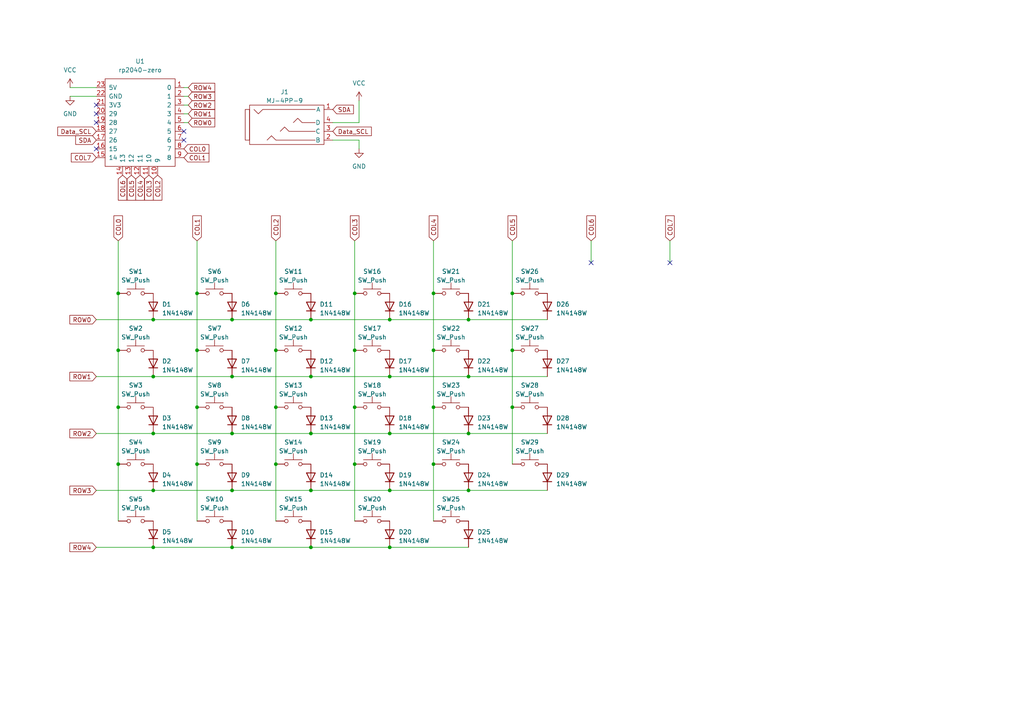
<source format=kicad_sch>
(kicad_sch (version 20230121) (generator eeschema)

  (uuid 9dfe0516-5229-4c9c-8e9b-e98bba4ec1bd)

  (paper "A4")

  (title_block
    (title "JIS60-Split_L")
    (date "2023-05-29")
    (rev "1.0")
    (company "@ymkn")
  )

  (lib_symbols
    (symbol "Diode:1N4148W" (pin_numbers hide) (pin_names hide) (in_bom yes) (on_board yes)
      (property "Reference" "D" (at 0 2.54 0)
        (effects (font (size 1.27 1.27)))
      )
      (property "Value" "1N4148W" (at 0 -2.54 0)
        (effects (font (size 1.27 1.27)))
      )
      (property "Footprint" "Diode_SMD:D_SOD-123" (at 0 -4.445 0)
        (effects (font (size 1.27 1.27)) hide)
      )
      (property "Datasheet" "https://www.vishay.com/docs/85748/1n4148w.pdf" (at 0 0 0)
        (effects (font (size 1.27 1.27)) hide)
      )
      (property "Sim.Device" "D" (at 0 0 0)
        (effects (font (size 1.27 1.27)) hide)
      )
      (property "Sim.Pins" "1=K 2=A" (at 0 0 0)
        (effects (font (size 1.27 1.27)) hide)
      )
      (property "ki_keywords" "diode" (at 0 0 0)
        (effects (font (size 1.27 1.27)) hide)
      )
      (property "ki_description" "75V 0.15A Fast Switching Diode, SOD-123" (at 0 0 0)
        (effects (font (size 1.27 1.27)) hide)
      )
      (property "ki_fp_filters" "D*SOD?123*" (at 0 0 0)
        (effects (font (size 1.27 1.27)) hide)
      )
      (symbol "1N4148W_0_1"
        (polyline
          (pts
            (xy -1.27 1.27)
            (xy -1.27 -1.27)
          )
          (stroke (width 0.254) (type default))
          (fill (type none))
        )
        (polyline
          (pts
            (xy 1.27 0)
            (xy -1.27 0)
          )
          (stroke (width 0) (type default))
          (fill (type none))
        )
        (polyline
          (pts
            (xy 1.27 1.27)
            (xy 1.27 -1.27)
            (xy -1.27 0)
            (xy 1.27 1.27)
          )
          (stroke (width 0.254) (type default))
          (fill (type none))
        )
      )
      (symbol "1N4148W_1_1"
        (pin passive line (at -3.81 0 0) (length 2.54)
          (name "K" (effects (font (size 1.27 1.27))))
          (number "1" (effects (font (size 1.27 1.27))))
        )
        (pin passive line (at 3.81 0 180) (length 2.54)
          (name "A" (effects (font (size 1.27 1.27))))
          (number "2" (effects (font (size 1.27 1.27))))
        )
      )
    )
    (symbol "MJ-4PP-9:MJ-4PP-9" (pin_names (offset 1.016)) (in_bom yes) (on_board yes)
      (property "Reference" "J" (at 0 7.62 0)
        (effects (font (size 1.27 1.27)))
      )
      (property "Value" "MJ-4PP-9" (at 0 -8.89 0)
        (effects (font (size 1.27 1.27)))
      )
      (property "Footprint" "" (at -15.24 -2.54 0)
        (effects (font (size 1.27 1.27)) hide)
      )
      (property "Datasheet" "" (at -15.24 -2.54 0)
        (effects (font (size 1.27 1.27)) hide)
      )
      (symbol "MJ-4PP-9_0_1"
        (rectangle (start -10.16 3.81) (end -11.43 -5.08)
          (stroke (width 0) (type solid))
          (fill (type none))
        )
        (polyline
          (pts
            (xy 8.89 -5.08)
            (xy -2.54 -5.08)
            (xy -3.81 -3.81)
            (xy -5.08 -5.08)
          )
          (stroke (width 0) (type solid))
          (fill (type none))
        )
        (polyline
          (pts
            (xy 8.89 -2.54)
            (xy 1.27 -2.54)
            (xy 0 -1.27)
            (xy -1.27 -2.54)
          )
          (stroke (width 0) (type solid))
          (fill (type none))
        )
        (polyline
          (pts
            (xy 8.89 0)
            (xy 5.08 0)
            (xy 3.81 1.27)
            (xy 2.54 0)
          )
          (stroke (width 0) (type solid))
          (fill (type none))
        )
        (polyline
          (pts
            (xy 8.89 3.81)
            (xy -6.35 3.81)
            (xy -7.62 2.54)
            (xy -8.89 3.81)
          )
          (stroke (width 0) (type solid))
          (fill (type none))
        )
        (rectangle (start 11.43 5.08) (end -10.16 -6.35)
          (stroke (width 0) (type solid))
          (fill (type none))
        )
      )
      (symbol "MJ-4PP-9_1_1"
        (pin input line (at 13.97 3.81 180) (length 2.54)
          (name "A" (effects (font (size 1.27 1.27))))
          (number "1" (effects (font (size 1.27 1.27))))
        )
        (pin input line (at 13.97 -5.08 180) (length 2.54)
          (name "B" (effects (font (size 1.27 1.27))))
          (number "2" (effects (font (size 1.27 1.27))))
        )
        (pin input line (at 13.97 -2.54 180) (length 2.54)
          (name "C" (effects (font (size 1.27 1.27))))
          (number "3" (effects (font (size 1.27 1.27))))
        )
        (pin input line (at 13.97 0 180) (length 2.54)
          (name "D" (effects (font (size 1.27 1.27))))
          (number "4" (effects (font (size 1.27 1.27))))
        )
      )
    )
    (symbol "Switch:SW_Push" (pin_numbers hide) (pin_names (offset 1.016) hide) (in_bom yes) (on_board yes)
      (property "Reference" "SW" (at 1.27 2.54 0)
        (effects (font (size 1.27 1.27)) (justify left))
      )
      (property "Value" "SW_Push" (at 0 -1.524 0)
        (effects (font (size 1.27 1.27)))
      )
      (property "Footprint" "" (at 0 5.08 0)
        (effects (font (size 1.27 1.27)) hide)
      )
      (property "Datasheet" "~" (at 0 5.08 0)
        (effects (font (size 1.27 1.27)) hide)
      )
      (property "ki_keywords" "switch normally-open pushbutton push-button" (at 0 0 0)
        (effects (font (size 1.27 1.27)) hide)
      )
      (property "ki_description" "Push button switch, generic, two pins" (at 0 0 0)
        (effects (font (size 1.27 1.27)) hide)
      )
      (symbol "SW_Push_0_1"
        (circle (center -2.032 0) (radius 0.508)
          (stroke (width 0) (type default))
          (fill (type none))
        )
        (polyline
          (pts
            (xy 0 1.27)
            (xy 0 3.048)
          )
          (stroke (width 0) (type default))
          (fill (type none))
        )
        (polyline
          (pts
            (xy 2.54 1.27)
            (xy -2.54 1.27)
          )
          (stroke (width 0) (type default))
          (fill (type none))
        )
        (circle (center 2.032 0) (radius 0.508)
          (stroke (width 0) (type default))
          (fill (type none))
        )
        (pin passive line (at -5.08 0 0) (length 2.54)
          (name "1" (effects (font (size 1.27 1.27))))
          (number "1" (effects (font (size 1.27 1.27))))
        )
        (pin passive line (at 5.08 0 180) (length 2.54)
          (name "2" (effects (font (size 1.27 1.27))))
          (number "2" (effects (font (size 1.27 1.27))))
        )
      )
    )
    (symbol "mcu:rp2040-zero" (pin_names (offset 1.016)) (in_bom yes) (on_board yes)
      (property "Reference" "U" (at 0 15.24 0)
        (effects (font (size 1.27 1.27)))
      )
      (property "Value" "rp2040-zero" (at 0 12.7 0)
        (effects (font (size 1.27 1.27)))
      )
      (property "Footprint" "" (at -8.89 5.08 0)
        (effects (font (size 1.27 1.27)) hide)
      )
      (property "Datasheet" "" (at -8.89 5.08 0)
        (effects (font (size 1.27 1.27)) hide)
      )
      (symbol "rp2040-zero_0_1"
        (rectangle (start -10.16 11.43) (end 10.16 -13.97)
          (stroke (width 0) (type default))
          (fill (type none))
        )
      )
      (symbol "rp2040-zero_1_1"
        (pin bidirectional line (at 12.7 8.89 180) (length 2.54)
          (name "0" (effects (font (size 1.27 1.27))))
          (number "1" (effects (font (size 1.27 1.27))))
        )
        (pin bidirectional line (at 5.08 -16.51 90) (length 2.54)
          (name "9" (effects (font (size 1.27 1.27))))
          (number "10" (effects (font (size 1.27 1.27))))
        )
        (pin bidirectional line (at 2.54 -16.51 90) (length 2.54)
          (name "10" (effects (font (size 1.27 1.27))))
          (number "11" (effects (font (size 1.27 1.27))))
        )
        (pin bidirectional line (at 0 -16.51 90) (length 2.54)
          (name "11" (effects (font (size 1.27 1.27))))
          (number "12" (effects (font (size 1.27 1.27))))
        )
        (pin bidirectional line (at -2.54 -16.51 90) (length 2.54)
          (name "12" (effects (font (size 1.27 1.27))))
          (number "13" (effects (font (size 1.27 1.27))))
        )
        (pin bidirectional line (at -5.08 -16.51 90) (length 2.54)
          (name "13" (effects (font (size 1.27 1.27))))
          (number "14" (effects (font (size 1.27 1.27))))
        )
        (pin bidirectional line (at -12.7 -11.43 0) (length 2.54)
          (name "14" (effects (font (size 1.27 1.27))))
          (number "15" (effects (font (size 1.27 1.27))))
        )
        (pin bidirectional line (at -12.7 -8.89 0) (length 2.54)
          (name "15" (effects (font (size 1.27 1.27))))
          (number "16" (effects (font (size 1.27 1.27))))
        )
        (pin bidirectional line (at -12.7 -6.35 0) (length 2.54)
          (name "26" (effects (font (size 1.27 1.27))))
          (number "17" (effects (font (size 1.27 1.27))))
        )
        (pin bidirectional line (at -12.7 -3.81 0) (length 2.54)
          (name "27" (effects (font (size 1.27 1.27))))
          (number "18" (effects (font (size 1.27 1.27))))
        )
        (pin bidirectional line (at -12.7 -1.27 0) (length 2.54)
          (name "28" (effects (font (size 1.27 1.27))))
          (number "19" (effects (font (size 1.27 1.27))))
        )
        (pin bidirectional line (at 12.7 6.35 180) (length 2.54)
          (name "1" (effects (font (size 1.27 1.27))))
          (number "2" (effects (font (size 1.27 1.27))))
        )
        (pin bidirectional line (at -12.7 1.27 0) (length 2.54)
          (name "29" (effects (font (size 1.27 1.27))))
          (number "20" (effects (font (size 1.27 1.27))))
        )
        (pin power_out line (at -12.7 3.81 0) (length 2.54)
          (name "3V3" (effects (font (size 1.27 1.27))))
          (number "21" (effects (font (size 1.27 1.27))))
        )
        (pin power_out line (at -12.7 6.35 0) (length 2.54)
          (name "GND" (effects (font (size 1.27 1.27))))
          (number "22" (effects (font (size 1.27 1.27))))
        )
        (pin power_out line (at -12.7 8.89 0) (length 2.54)
          (name "5V" (effects (font (size 1.27 1.27))))
          (number "23" (effects (font (size 1.27 1.27))))
        )
        (pin bidirectional line (at 12.7 3.81 180) (length 2.54)
          (name "2" (effects (font (size 1.27 1.27))))
          (number "3" (effects (font (size 1.27 1.27))))
        )
        (pin bidirectional line (at 12.7 1.27 180) (length 2.54)
          (name "3" (effects (font (size 1.27 1.27))))
          (number "4" (effects (font (size 1.27 1.27))))
        )
        (pin bidirectional line (at 12.7 -1.27 180) (length 2.54)
          (name "4" (effects (font (size 1.27 1.27))))
          (number "5" (effects (font (size 1.27 1.27))))
        )
        (pin bidirectional line (at 12.7 -3.81 180) (length 2.54)
          (name "5" (effects (font (size 1.27 1.27))))
          (number "6" (effects (font (size 1.27 1.27))))
        )
        (pin bidirectional line (at 12.7 -6.35 180) (length 2.54)
          (name "6" (effects (font (size 1.27 1.27))))
          (number "7" (effects (font (size 1.27 1.27))))
        )
        (pin bidirectional line (at 12.7 -8.89 180) (length 2.54)
          (name "7" (effects (font (size 1.27 1.27))))
          (number "8" (effects (font (size 1.27 1.27))))
        )
        (pin bidirectional line (at 12.7 -11.43 180) (length 2.54)
          (name "8" (effects (font (size 1.27 1.27))))
          (number "9" (effects (font (size 1.27 1.27))))
        )
      )
    )
    (symbol "power:GND" (power) (pin_names (offset 0)) (in_bom yes) (on_board yes)
      (property "Reference" "#PWR" (at 0 -6.35 0)
        (effects (font (size 1.27 1.27)) hide)
      )
      (property "Value" "GND" (at 0 -3.81 0)
        (effects (font (size 1.27 1.27)))
      )
      (property "Footprint" "" (at 0 0 0)
        (effects (font (size 1.27 1.27)) hide)
      )
      (property "Datasheet" "" (at 0 0 0)
        (effects (font (size 1.27 1.27)) hide)
      )
      (property "ki_keywords" "global power" (at 0 0 0)
        (effects (font (size 1.27 1.27)) hide)
      )
      (property "ki_description" "Power symbol creates a global label with name \"GND\" , ground" (at 0 0 0)
        (effects (font (size 1.27 1.27)) hide)
      )
      (symbol "GND_0_1"
        (polyline
          (pts
            (xy 0 0)
            (xy 0 -1.27)
            (xy 1.27 -1.27)
            (xy 0 -2.54)
            (xy -1.27 -1.27)
            (xy 0 -1.27)
          )
          (stroke (width 0) (type default))
          (fill (type none))
        )
      )
      (symbol "GND_1_1"
        (pin power_in line (at 0 0 270) (length 0) hide
          (name "GND" (effects (font (size 1.27 1.27))))
          (number "1" (effects (font (size 1.27 1.27))))
        )
      )
    )
    (symbol "power:VCC" (power) (pin_names (offset 0)) (in_bom yes) (on_board yes)
      (property "Reference" "#PWR" (at 0 -3.81 0)
        (effects (font (size 1.27 1.27)) hide)
      )
      (property "Value" "VCC" (at 0 3.81 0)
        (effects (font (size 1.27 1.27)))
      )
      (property "Footprint" "" (at 0 0 0)
        (effects (font (size 1.27 1.27)) hide)
      )
      (property "Datasheet" "" (at 0 0 0)
        (effects (font (size 1.27 1.27)) hide)
      )
      (property "ki_keywords" "global power" (at 0 0 0)
        (effects (font (size 1.27 1.27)) hide)
      )
      (property "ki_description" "Power symbol creates a global label with name \"VCC\"" (at 0 0 0)
        (effects (font (size 1.27 1.27)) hide)
      )
      (symbol "VCC_0_1"
        (polyline
          (pts
            (xy -0.762 1.27)
            (xy 0 2.54)
          )
          (stroke (width 0) (type default))
          (fill (type none))
        )
        (polyline
          (pts
            (xy 0 0)
            (xy 0 2.54)
          )
          (stroke (width 0) (type default))
          (fill (type none))
        )
        (polyline
          (pts
            (xy 0 2.54)
            (xy 0.762 1.27)
          )
          (stroke (width 0) (type default))
          (fill (type none))
        )
      )
      (symbol "VCC_1_1"
        (pin power_in line (at 0 0 90) (length 0) hide
          (name "VCC" (effects (font (size 1.27 1.27))))
          (number "1" (effects (font (size 1.27 1.27))))
        )
      )
    )
  )

  (junction (at 102.87 118.11) (diameter 0) (color 0 0 0 0)
    (uuid 073c3ed4-fd5a-40f4-8428-ccbda2675366)
  )
  (junction (at 135.89 125.73) (diameter 0) (color 0 0 0 0)
    (uuid 0a35ccaf-51f2-4624-b87f-20b7ebf75c00)
  )
  (junction (at 90.17 92.71) (diameter 0) (color 0 0 0 0)
    (uuid 0bbcc813-d8af-4c97-8cb7-2741274a17e1)
  )
  (junction (at 80.01 85.09) (diameter 0) (color 0 0 0 0)
    (uuid 0d13b6df-e1e5-447b-954b-b65c5734c5c3)
  )
  (junction (at 67.31 125.73) (diameter 0) (color 0 0 0 0)
    (uuid 0fbfd035-c185-445d-bab1-f6e650112e1d)
  )
  (junction (at 102.87 101.6) (diameter 0) (color 0 0 0 0)
    (uuid 107bfec3-ed97-4711-8d16-a97e54fc31bb)
  )
  (junction (at 125.73 134.62) (diameter 0) (color 0 0 0 0)
    (uuid 1ad72d2c-6c7e-4d21-adb7-8d404d1376c8)
  )
  (junction (at 34.29 118.11) (diameter 0) (color 0 0 0 0)
    (uuid 2778f434-add1-45eb-931f-45e5ccc9a133)
  )
  (junction (at 80.01 118.11) (diameter 0) (color 0 0 0 0)
    (uuid 2adba921-1abc-4b55-be7b-40623284747e)
  )
  (junction (at 44.45 142.24) (diameter 0) (color 0 0 0 0)
    (uuid 2e75840c-11b8-458a-8ba8-bb36e1b83ac4)
  )
  (junction (at 80.01 101.6) (diameter 0) (color 0 0 0 0)
    (uuid 30658855-2112-469f-8efd-d62fcc6f41ae)
  )
  (junction (at 44.45 125.73) (diameter 0) (color 0 0 0 0)
    (uuid 32759e3c-d598-4bfc-bee0-c2f62a360524)
  )
  (junction (at 90.17 142.24) (diameter 0) (color 0 0 0 0)
    (uuid 392e3c0b-5203-4263-9fd2-c4ecd3f49085)
  )
  (junction (at 80.01 134.62) (diameter 0) (color 0 0 0 0)
    (uuid 39a05b37-7345-464f-bb10-1dc66fcec91a)
  )
  (junction (at 148.59 118.11) (diameter 0) (color 0 0 0 0)
    (uuid 3a1e1d9d-83d9-4a6f-b085-4edc2ee6c38a)
  )
  (junction (at 113.03 109.22) (diameter 0) (color 0 0 0 0)
    (uuid 3f922cc9-ccf4-4a2d-922c-fee9171596be)
  )
  (junction (at 125.73 85.09) (diameter 0) (color 0 0 0 0)
    (uuid 406642ae-4242-4916-a4ed-08fc0c121dfd)
  )
  (junction (at 113.03 142.24) (diameter 0) (color 0 0 0 0)
    (uuid 4208a037-67c6-4841-9ad8-c7e9bf827c3b)
  )
  (junction (at 113.03 125.73) (diameter 0) (color 0 0 0 0)
    (uuid 48aaded4-2384-44c5-9be8-9f5689dc2e08)
  )
  (junction (at 57.15 118.11) (diameter 0) (color 0 0 0 0)
    (uuid 585fef01-987b-49dd-9cec-67f81842c924)
  )
  (junction (at 135.89 109.22) (diameter 0) (color 0 0 0 0)
    (uuid 5ad99d8e-93e6-4e5b-89c6-515dd241b4b9)
  )
  (junction (at 67.31 158.75) (diameter 0) (color 0 0 0 0)
    (uuid 8e29069e-c1b0-4050-a52f-42658fabdcbc)
  )
  (junction (at 57.15 101.6) (diameter 0) (color 0 0 0 0)
    (uuid 8efa3de5-aa9d-470d-beea-18d330251f06)
  )
  (junction (at 125.73 118.11) (diameter 0) (color 0 0 0 0)
    (uuid 93fe57e8-1b99-4f12-90f0-33112e7b73fe)
  )
  (junction (at 102.87 85.09) (diameter 0) (color 0 0 0 0)
    (uuid 944444c8-49ea-42c5-b14f-c45d81e9147a)
  )
  (junction (at 90.17 109.22) (diameter 0) (color 0 0 0 0)
    (uuid 95790f75-1ad8-4bc3-9399-73b78fffae4f)
  )
  (junction (at 148.59 85.09) (diameter 0) (color 0 0 0 0)
    (uuid a0ffae60-9584-49d5-b357-6b37543c1865)
  )
  (junction (at 113.03 158.75) (diameter 0) (color 0 0 0 0)
    (uuid a1da03e7-1637-42f6-b13f-362ae8770223)
  )
  (junction (at 34.29 101.6) (diameter 0) (color 0 0 0 0)
    (uuid a2bf525d-70f1-453a-bf5e-d171a5ef1092)
  )
  (junction (at 148.59 101.6) (diameter 0) (color 0 0 0 0)
    (uuid a568a48e-049d-4463-bac9-c28c71e5a83d)
  )
  (junction (at 57.15 134.62) (diameter 0) (color 0 0 0 0)
    (uuid b6a2ffe3-a4f9-4cfa-9528-bed677d12aa5)
  )
  (junction (at 34.29 85.09) (diameter 0) (color 0 0 0 0)
    (uuid c0194c07-3b76-4072-a1fe-260eac20caf4)
  )
  (junction (at 125.73 101.6) (diameter 0) (color 0 0 0 0)
    (uuid c3d781e9-0ba9-44cf-95b5-25ff0733ab3a)
  )
  (junction (at 44.45 92.71) (diameter 0) (color 0 0 0 0)
    (uuid c8ff10d7-3f55-4cd2-a675-3a38f927d0a9)
  )
  (junction (at 67.31 109.22) (diameter 0) (color 0 0 0 0)
    (uuid ca19f548-602f-47f5-9582-f87d4d15f191)
  )
  (junction (at 135.89 142.24) (diameter 0) (color 0 0 0 0)
    (uuid ca2ca9d9-9237-4e8a-86b8-fe1f6e62c9f5)
  )
  (junction (at 34.29 134.62) (diameter 0) (color 0 0 0 0)
    (uuid cc014f8f-2c42-4f5e-a43b-78136378e138)
  )
  (junction (at 67.31 92.71) (diameter 0) (color 0 0 0 0)
    (uuid d204bcc4-0625-44d5-a361-7af2b23ab930)
  )
  (junction (at 57.15 85.09) (diameter 0) (color 0 0 0 0)
    (uuid d2073d67-ce18-48b1-9053-66d95b6d98bf)
  )
  (junction (at 44.45 158.75) (diameter 0) (color 0 0 0 0)
    (uuid d59d9404-ca57-47d0-b991-da3c5ac79cb3)
  )
  (junction (at 90.17 158.75) (diameter 0) (color 0 0 0 0)
    (uuid d605cf04-b3d4-4c7d-b15f-d7e63eaf5de3)
  )
  (junction (at 67.31 142.24) (diameter 0) (color 0 0 0 0)
    (uuid e4b3b36c-707a-4ffa-990b-b302aeb47857)
  )
  (junction (at 90.17 125.73) (diameter 0) (color 0 0 0 0)
    (uuid f0d3a1a2-8efb-42b4-80fe-fda9babe5c20)
  )
  (junction (at 135.89 92.71) (diameter 0) (color 0 0 0 0)
    (uuid f3f8d38b-40c8-4512-9acf-58c9dd4f83d3)
  )
  (junction (at 44.45 109.22) (diameter 0) (color 0 0 0 0)
    (uuid f4e3dfe0-a85b-437a-bb43-c74c83c0b6b9)
  )
  (junction (at 102.87 134.62) (diameter 0) (color 0 0 0 0)
    (uuid fd3a608c-3d71-413a-bfc1-289a7102b20d)
  )
  (junction (at 113.03 92.71) (diameter 0) (color 0 0 0 0)
    (uuid fea21077-2339-479e-bf8d-3f86b7dd242c)
  )

  (no_connect (at 53.34 38.1) (uuid 2b234a4c-8670-4e49-bc63-9e9be34b96ea))
  (no_connect (at 194.31 76.2) (uuid 35de380d-3733-4035-8ed1-0381fe0e5526))
  (no_connect (at 27.94 35.56) (uuid 40c3228e-012b-4753-80f4-dec5ec33ee43))
  (no_connect (at 27.94 30.48) (uuid 902ef9a5-a681-4d4a-b9b8-875ebe47c023))
  (no_connect (at 27.94 33.02) (uuid 93ea001b-a158-4982-a021-367b2552c545))
  (no_connect (at 27.94 43.18) (uuid 9575d76d-0ffd-43fb-86b8-afb69d736f21))
  (no_connect (at 171.45 76.2) (uuid e456100a-b2f5-4e61-ae3e-951d9bafcfa0))
  (no_connect (at 53.34 40.64) (uuid e8dba265-9a0b-465a-97a5-d37ef9df220e))

  (wire (pts (xy 57.15 118.11) (xy 57.15 134.62))
    (stroke (width 0) (type default))
    (uuid 00d96b8c-71ec-4a5b-80c0-b086bb31a8d3)
  )
  (wire (pts (xy 90.17 142.24) (xy 113.03 142.24))
    (stroke (width 0) (type default))
    (uuid 07e8de57-78f9-4ea6-b183-64fe5d1ac258)
  )
  (wire (pts (xy 148.59 85.09) (xy 148.59 101.6))
    (stroke (width 0) (type default))
    (uuid 0cd4c26d-cf14-47df-aa0d-4c2dbe3673ab)
  )
  (wire (pts (xy 148.59 69.85) (xy 148.59 85.09))
    (stroke (width 0) (type default))
    (uuid 176637ae-66fe-4e48-8bdb-39c7e76f1ced)
  )
  (wire (pts (xy 113.03 92.71) (xy 135.89 92.71))
    (stroke (width 0) (type default))
    (uuid 1b1cbebe-c2cc-41d3-bec6-1a4610b7debf)
  )
  (wire (pts (xy 102.87 69.85) (xy 102.87 85.09))
    (stroke (width 0) (type default))
    (uuid 1b59304a-21cb-450f-9483-57aa47a06df8)
  )
  (wire (pts (xy 80.01 134.62) (xy 80.01 151.13))
    (stroke (width 0) (type default))
    (uuid 1e875aeb-41f5-4e83-9ee1-441df6ecf16f)
  )
  (wire (pts (xy 27.94 92.71) (xy 44.45 92.71))
    (stroke (width 0) (type default))
    (uuid 1f28fa0b-9461-40b7-97b4-cc018b57f9a8)
  )
  (wire (pts (xy 113.03 158.75) (xy 135.89 158.75))
    (stroke (width 0) (type default))
    (uuid 23f9e21b-54ef-4149-9567-4830519d52db)
  )
  (wire (pts (xy 96.52 35.56) (xy 104.14 35.56))
    (stroke (width 0) (type default))
    (uuid 271f6e3a-72df-48d0-9403-ff570bc63199)
  )
  (wire (pts (xy 104.14 35.56) (xy 104.14 29.21))
    (stroke (width 0) (type default))
    (uuid 2819a144-168c-4f70-9f78-d7547da2834c)
  )
  (wire (pts (xy 67.31 142.24) (xy 90.17 142.24))
    (stroke (width 0) (type default))
    (uuid 2b241e45-8327-42d6-a4b9-7669c20fae47)
  )
  (wire (pts (xy 113.03 142.24) (xy 135.89 142.24))
    (stroke (width 0) (type default))
    (uuid 2b71ffeb-472d-4537-bf17-a8a912acb455)
  )
  (wire (pts (xy 57.15 101.6) (xy 57.15 118.11))
    (stroke (width 0) (type default))
    (uuid 2bde4466-58c2-4755-92d5-1f3c9b506971)
  )
  (wire (pts (xy 90.17 109.22) (xy 113.03 109.22))
    (stroke (width 0) (type default))
    (uuid 2c5cc90f-16a9-4343-a391-555f61ba6ad4)
  )
  (wire (pts (xy 113.03 109.22) (xy 135.89 109.22))
    (stroke (width 0) (type default))
    (uuid 34047b5e-7285-4713-8b01-f49c1758deec)
  )
  (wire (pts (xy 44.45 92.71) (xy 67.31 92.71))
    (stroke (width 0) (type default))
    (uuid 349a9571-30bb-49b5-a913-92b0145354be)
  )
  (wire (pts (xy 34.29 101.6) (xy 34.29 118.11))
    (stroke (width 0) (type default))
    (uuid 3da8c872-65f1-4138-91c0-1cbb0e228201)
  )
  (wire (pts (xy 148.59 118.11) (xy 148.59 134.62))
    (stroke (width 0) (type default))
    (uuid 416e1d56-6723-4da6-a85b-6fd1f469148e)
  )
  (wire (pts (xy 125.73 85.09) (xy 125.73 101.6))
    (stroke (width 0) (type default))
    (uuid 41c463ed-0f67-442f-aa1e-1effb8149c9d)
  )
  (wire (pts (xy 96.52 40.64) (xy 104.14 40.64))
    (stroke (width 0) (type default))
    (uuid 47c47091-35eb-4d2e-b7ad-d215870645ed)
  )
  (wire (pts (xy 102.87 85.09) (xy 102.87 101.6))
    (stroke (width 0) (type default))
    (uuid 4846fc24-536f-44f5-ab1c-01b15fa2ffda)
  )
  (wire (pts (xy 44.45 109.22) (xy 67.31 109.22))
    (stroke (width 0) (type default))
    (uuid 4acd274b-3094-45d6-af78-30f6d9a6f573)
  )
  (wire (pts (xy 34.29 85.09) (xy 34.29 101.6))
    (stroke (width 0) (type default))
    (uuid 53633dce-52df-4ab0-bb00-e16ff633c81b)
  )
  (wire (pts (xy 44.45 142.24) (xy 67.31 142.24))
    (stroke (width 0) (type default))
    (uuid 53af44cc-b333-4870-b40e-a5c5a151363e)
  )
  (wire (pts (xy 135.89 109.22) (xy 158.75 109.22))
    (stroke (width 0) (type default))
    (uuid 5aef0d89-9347-4e54-8d73-42a073d0aa94)
  )
  (wire (pts (xy 67.31 158.75) (xy 90.17 158.75))
    (stroke (width 0) (type default))
    (uuid 5fa66a37-599c-4c90-908e-4f413cf8ae42)
  )
  (wire (pts (xy 80.01 101.6) (xy 80.01 118.11))
    (stroke (width 0) (type default))
    (uuid 61d4ac16-43a3-4f93-a588-4ed8e064d628)
  )
  (wire (pts (xy 54.61 25.4) (xy 53.34 25.4))
    (stroke (width 0) (type default))
    (uuid 627d4b2c-f6c2-4058-b9c5-246fadde3023)
  )
  (wire (pts (xy 44.45 125.73) (xy 67.31 125.73))
    (stroke (width 0) (type default))
    (uuid 6566117d-54a4-4085-bba3-de1dda23cf43)
  )
  (wire (pts (xy 90.17 125.73) (xy 113.03 125.73))
    (stroke (width 0) (type default))
    (uuid 6b8b4e24-afb6-480b-a62f-cd31a03eb147)
  )
  (wire (pts (xy 125.73 101.6) (xy 125.73 118.11))
    (stroke (width 0) (type default))
    (uuid 6e8a2a1a-3c22-41c6-983b-ec0d67cda661)
  )
  (wire (pts (xy 20.32 27.94) (xy 27.94 27.94))
    (stroke (width 0) (type default))
    (uuid 7088e3b6-b0db-40be-944f-bc1667578b83)
  )
  (wire (pts (xy 34.29 134.62) (xy 34.29 151.13))
    (stroke (width 0) (type default))
    (uuid 721434a9-22d7-49d9-91b0-8832e72c7ad5)
  )
  (wire (pts (xy 194.31 69.85) (xy 194.31 76.2))
    (stroke (width 0) (type default))
    (uuid 7239c613-b6be-4a4f-a6b0-d75894fee1cf)
  )
  (wire (pts (xy 125.73 134.62) (xy 125.73 151.13))
    (stroke (width 0) (type default))
    (uuid 76169384-fa31-47c8-bdef-a794a04a89c8)
  )
  (wire (pts (xy 27.94 142.24) (xy 44.45 142.24))
    (stroke (width 0) (type default))
    (uuid 7fc416be-4e7e-4d2c-bfc1-61c38031dcbe)
  )
  (wire (pts (xy 113.03 125.73) (xy 135.89 125.73))
    (stroke (width 0) (type default))
    (uuid 830a186a-9d85-497e-b317-4f43c321e784)
  )
  (wire (pts (xy 54.61 33.02) (xy 53.34 33.02))
    (stroke (width 0) (type default))
    (uuid 837369c5-40fe-49e7-bcdd-6cb40169064c)
  )
  (wire (pts (xy 171.45 69.85) (xy 171.45 76.2))
    (stroke (width 0) (type default))
    (uuid 86aef9e2-a468-4b8e-97c2-ce4ed94427e8)
  )
  (wire (pts (xy 27.94 109.22) (xy 44.45 109.22))
    (stroke (width 0) (type default))
    (uuid 89a7944b-539e-42ac-8e4d-4b253fe5f8fc)
  )
  (wire (pts (xy 104.14 40.64) (xy 104.14 43.18))
    (stroke (width 0) (type default))
    (uuid 8aa50da7-3184-49ee-8354-c34303acc610)
  )
  (wire (pts (xy 27.94 125.73) (xy 44.45 125.73))
    (stroke (width 0) (type default))
    (uuid 90e8848d-1877-4428-879d-38b911d0467e)
  )
  (wire (pts (xy 44.45 158.75) (xy 67.31 158.75))
    (stroke (width 0) (type default))
    (uuid 934e664a-9340-4a6c-a969-d76b943cecea)
  )
  (wire (pts (xy 57.15 69.85) (xy 57.15 85.09))
    (stroke (width 0) (type default))
    (uuid 93c67bcb-a1ec-4583-8f06-3a2a227b7524)
  )
  (wire (pts (xy 135.89 125.73) (xy 158.75 125.73))
    (stroke (width 0) (type default))
    (uuid 93d3cb6c-cd19-4a36-b91f-69bfd77a4e17)
  )
  (wire (pts (xy 125.73 69.85) (xy 125.73 85.09))
    (stroke (width 0) (type default))
    (uuid 9459d249-58c7-4194-b577-d2c97caa9d23)
  )
  (wire (pts (xy 90.17 92.71) (xy 113.03 92.71))
    (stroke (width 0) (type default))
    (uuid 9763781e-08c6-48d3-986c-3fc637d0fdca)
  )
  (wire (pts (xy 34.29 69.85) (xy 34.29 85.09))
    (stroke (width 0) (type default))
    (uuid 98dcbab3-b752-4ced-9c8b-8f81276296ae)
  )
  (wire (pts (xy 57.15 85.09) (xy 57.15 101.6))
    (stroke (width 0) (type default))
    (uuid a1d1928d-bd20-4218-a74f-c7237a16dff8)
  )
  (wire (pts (xy 20.32 25.4) (xy 27.94 25.4))
    (stroke (width 0) (type default))
    (uuid a3cc34e7-4bdd-4de5-af73-9590e22ebd4d)
  )
  (wire (pts (xy 135.89 92.71) (xy 158.75 92.71))
    (stroke (width 0) (type default))
    (uuid a4b063f9-5478-47d7-af35-4efd2282e1f0)
  )
  (wire (pts (xy 135.89 142.24) (xy 158.75 142.24))
    (stroke (width 0) (type default))
    (uuid a9141268-3ecf-410b-ae3d-5c9013e07ac2)
  )
  (wire (pts (xy 54.61 35.56) (xy 53.34 35.56))
    (stroke (width 0) (type default))
    (uuid ad5894fe-3397-4b3d-a006-36fd1ae56715)
  )
  (wire (pts (xy 148.59 101.6) (xy 148.59 118.11))
    (stroke (width 0) (type default))
    (uuid b14b7d33-4655-4c07-a878-4b8950d20fb7)
  )
  (wire (pts (xy 102.87 101.6) (xy 102.87 118.11))
    (stroke (width 0) (type default))
    (uuid b2272b74-1136-4d44-9c06-ac5ed83c2d67)
  )
  (wire (pts (xy 80.01 69.85) (xy 80.01 85.09))
    (stroke (width 0) (type default))
    (uuid b86ff5ab-d141-4c1a-be41-1cb79e42c290)
  )
  (wire (pts (xy 57.15 134.62) (xy 57.15 151.13))
    (stroke (width 0) (type default))
    (uuid ba6b159c-e49b-45a4-b996-babdf53c9457)
  )
  (wire (pts (xy 67.31 125.73) (xy 90.17 125.73))
    (stroke (width 0) (type default))
    (uuid bab8f30d-72f9-477d-b3ce-de30c853c36e)
  )
  (wire (pts (xy 54.61 27.94) (xy 53.34 27.94))
    (stroke (width 0) (type default))
    (uuid bf611fd8-c801-4f5f-8dad-f5afcb9ec7f4)
  )
  (wire (pts (xy 54.61 30.48) (xy 53.34 30.48))
    (stroke (width 0) (type default))
    (uuid ca4bb8e5-ffe0-4a52-b710-70fdf1d8edf4)
  )
  (wire (pts (xy 67.31 92.71) (xy 90.17 92.71))
    (stroke (width 0) (type default))
    (uuid cc9d2e20-ed7a-47bf-9f9d-5618aecf5980)
  )
  (wire (pts (xy 80.01 85.09) (xy 80.01 101.6))
    (stroke (width 0) (type default))
    (uuid ceefc14d-c78e-4385-8cba-cb6c207f6281)
  )
  (wire (pts (xy 102.87 134.62) (xy 102.87 151.13))
    (stroke (width 0) (type default))
    (uuid d976e4af-8e71-4858-97a2-288223a78ef2)
  )
  (wire (pts (xy 27.94 158.75) (xy 44.45 158.75))
    (stroke (width 0) (type default))
    (uuid e0cdecd5-3e83-4736-8c9e-10f50e530b77)
  )
  (wire (pts (xy 67.31 109.22) (xy 90.17 109.22))
    (stroke (width 0) (type default))
    (uuid e2cc26c7-e7e9-4d86-a828-79e777de0ad9)
  )
  (wire (pts (xy 90.17 158.75) (xy 113.03 158.75))
    (stroke (width 0) (type default))
    (uuid e58d5008-59df-4013-9b97-eb197bb43891)
  )
  (wire (pts (xy 102.87 118.11) (xy 102.87 134.62))
    (stroke (width 0) (type default))
    (uuid f6adda86-1f15-49ca-88a4-c662d3d4e174)
  )
  (wire (pts (xy 80.01 118.11) (xy 80.01 134.62))
    (stroke (width 0) (type default))
    (uuid fc374a5f-1277-457c-ab77-3feef569498e)
  )
  (wire (pts (xy 125.73 118.11) (xy 125.73 134.62))
    (stroke (width 0) (type default))
    (uuid fd7cc5ef-6a1b-441b-8fff-09cc9b901e5a)
  )
  (wire (pts (xy 34.29 118.11) (xy 34.29 134.62))
    (stroke (width 0) (type default))
    (uuid ffc1b6e3-e97f-4f0b-9d30-6e20b350e9d0)
  )

  (global_label "ROW2" (shape input) (at 27.94 125.73 180) (fields_autoplaced)
    (effects (font (size 1.27 1.27)) (justify right))
    (uuid 00928598-a5c6-4179-8a8f-94e789353f2f)
    (property "Intersheetrefs" "${INTERSHEET_REFS}" (at 20.2655 125.8094 0)
      (effects (font (size 1.27 1.27)) (justify right) hide)
    )
  )
  (global_label "COL0" (shape input) (at 34.29 69.85 90) (fields_autoplaced)
    (effects (font (size 1.27 1.27)) (justify left))
    (uuid 0245e3c6-d0b0-47ba-ab46-26503cec9823)
    (property "Intersheetrefs" "${INTERSHEET_REFS}" (at 34.2106 62.5988 90)
      (effects (font (size 1.27 1.27)) (justify left) hide)
    )
  )
  (global_label "COL4" (shape input) (at 40.64 50.8 270) (fields_autoplaced)
    (effects (font (size 1.27 1.27)) (justify right))
    (uuid 0b5d3a2c-e7ed-4bd6-ab9c-74ad6239aeba)
    (property "Intersheetrefs" "${INTERSHEET_REFS}" (at 40.5606 58.0512 90)
      (effects (font (size 1.27 1.27)) (justify right) hide)
    )
  )
  (global_label "COL7" (shape input) (at 27.94 45.72 180) (fields_autoplaced)
    (effects (font (size 1.27 1.27)) (justify right))
    (uuid 106f4871-4f89-41e2-a935-41af7af337b7)
    (property "Intersheetrefs" "${INTERSHEET_REFS}" (at 20.6888 45.6406 0)
      (effects (font (size 1.27 1.27)) (justify right) hide)
    )
  )
  (global_label "COL1" (shape input) (at 57.15 69.85 90) (fields_autoplaced)
    (effects (font (size 1.27 1.27)) (justify left))
    (uuid 1d23b19e-45e9-412b-9948-36f42bac4636)
    (property "Intersheetrefs" "${INTERSHEET_REFS}" (at 57.0706 62.5988 90)
      (effects (font (size 1.27 1.27)) (justify left) hide)
    )
  )
  (global_label "ROW2" (shape input) (at 54.61 30.48 0) (fields_autoplaced)
    (effects (font (size 1.27 1.27)) (justify left))
    (uuid 1e7afa3f-1e32-40b4-a3ee-0dff919241c8)
    (property "Intersheetrefs" "${INTERSHEET_REFS}" (at 62.2845 30.4006 0)
      (effects (font (size 1.27 1.27)) (justify left) hide)
    )
  )
  (global_label "SDA" (shape input) (at 27.94 40.64 180) (fields_autoplaced)
    (effects (font (size 1.27 1.27)) (justify right))
    (uuid 1e9afac5-705d-45c6-8217-25fb80788f56)
    (property "Intersheetrefs" "${INTERSHEET_REFS}" (at 21.9588 40.5606 0)
      (effects (font (size 1.27 1.27)) (justify right) hide)
    )
  )
  (global_label "ROW0" (shape input) (at 27.94 92.71 180) (fields_autoplaced)
    (effects (font (size 1.27 1.27)) (justify right))
    (uuid 23058d25-cfed-4307-b3f7-580835632846)
    (property "Intersheetrefs" "${INTERSHEET_REFS}" (at 20.2655 92.7894 0)
      (effects (font (size 1.27 1.27)) (justify right) hide)
    )
  )
  (global_label "ROW1" (shape input) (at 27.94 109.22 180) (fields_autoplaced)
    (effects (font (size 1.27 1.27)) (justify right))
    (uuid 2524c2a5-4f72-410f-b2d4-bc41ca55180b)
    (property "Intersheetrefs" "${INTERSHEET_REFS}" (at 20.2655 109.2994 0)
      (effects (font (size 1.27 1.27)) (justify right) hide)
    )
  )
  (global_label "COL3" (shape input) (at 102.87 69.85 90) (fields_autoplaced)
    (effects (font (size 1.27 1.27)) (justify left))
    (uuid 2979ab4b-04ef-404e-8729-33477b1c2e23)
    (property "Intersheetrefs" "${INTERSHEET_REFS}" (at 102.7906 62.5988 90)
      (effects (font (size 1.27 1.27)) (justify left) hide)
    )
  )
  (global_label "ROW0" (shape input) (at 54.61 35.56 0) (fields_autoplaced)
    (effects (font (size 1.27 1.27)) (justify left))
    (uuid 2a257ed4-7824-4980-ba7a-b141511b7b5a)
    (property "Intersheetrefs" "${INTERSHEET_REFS}" (at 62.7772 35.56 0)
      (effects (font (size 1.27 1.27)) (justify left) hide)
    )
  )
  (global_label "ROW4" (shape input) (at 54.61 25.4 0) (fields_autoplaced)
    (effects (font (size 1.27 1.27)) (justify left))
    (uuid 487f6540-ce97-41da-93ae-e91c2d1c560e)
    (property "Intersheetrefs" "${INTERSHEET_REFS}" (at 62.7772 25.4 0)
      (effects (font (size 1.27 1.27)) (justify left) hide)
    )
  )
  (global_label "COL6" (shape input) (at 171.45 69.85 90) (fields_autoplaced)
    (effects (font (size 1.27 1.27)) (justify left))
    (uuid 4a8fdbdf-6779-44b4-9279-3af651193de0)
    (property "Intersheetrefs" "${INTERSHEET_REFS}" (at 171.45 62.1061 90)
      (effects (font (size 1.27 1.27)) (justify left) hide)
    )
  )
  (global_label "ROW3" (shape input) (at 54.61 27.94 0) (fields_autoplaced)
    (effects (font (size 1.27 1.27)) (justify left))
    (uuid 4adc12d5-047f-4a4a-a24f-62408fd43c7f)
    (property "Intersheetrefs" "${INTERSHEET_REFS}" (at 62.7772 27.94 0)
      (effects (font (size 1.27 1.27)) (justify left) hide)
    )
  )
  (global_label "Data_SCL" (shape input) (at 96.52 38.1 0) (fields_autoplaced)
    (effects (font (size 1.27 1.27)) (justify left))
    (uuid 61111633-e2fa-479b-9977-a5205fce2b52)
    (property "Intersheetrefs" "${INTERSHEET_REFS}" (at 108.1947 38.1 0)
      (effects (font (size 1.27 1.27)) (justify left) hide)
    )
  )
  (global_label "ROW4" (shape input) (at 27.94 158.75 180) (fields_autoplaced)
    (effects (font (size 1.27 1.27)) (justify right))
    (uuid 7cb6b664-872a-425d-9461-669144d0dbba)
    (property "Intersheetrefs" "${INTERSHEET_REFS}" (at 20.2655 158.6706 0)
      (effects (font (size 1.27 1.27)) (justify right) hide)
    )
  )
  (global_label "COL7" (shape input) (at 194.31 69.85 90) (fields_autoplaced)
    (effects (font (size 1.27 1.27)) (justify left))
    (uuid 82531cb3-b6c3-47c3-9c31-420437ad7b24)
    (property "Intersheetrefs" "${INTERSHEET_REFS}" (at 194.31 62.1061 90)
      (effects (font (size 1.27 1.27)) (justify left) hide)
    )
  )
  (global_label "COL1" (shape input) (at 53.34 45.72 0) (fields_autoplaced)
    (effects (font (size 1.27 1.27)) (justify left))
    (uuid 83d01456-a56c-4418-9d1f-d11432bcd641)
    (property "Intersheetrefs" "${INTERSHEET_REFS}" (at 60.5912 45.6406 0)
      (effects (font (size 1.27 1.27)) (justify left) hide)
    )
  )
  (global_label "ROW3" (shape input) (at 27.94 142.24 180) (fields_autoplaced)
    (effects (font (size 1.27 1.27)) (justify right))
    (uuid 894c52c8-d1c2-4b8f-8d94-f6eed0136486)
    (property "Intersheetrefs" "${INTERSHEET_REFS}" (at 20.2655 142.1606 0)
      (effects (font (size 1.27 1.27)) (justify right) hide)
    )
  )
  (global_label "COL2" (shape input) (at 45.72 50.8 270) (fields_autoplaced)
    (effects (font (size 1.27 1.27)) (justify right))
    (uuid 99d745e6-fcf0-46a1-8c9c-741ed530a7dd)
    (property "Intersheetrefs" "${INTERSHEET_REFS}" (at 45.7994 58.0512 90)
      (effects (font (size 1.27 1.27)) (justify right) hide)
    )
  )
  (global_label "COL3" (shape input) (at 43.18 50.8 270) (fields_autoplaced)
    (effects (font (size 1.27 1.27)) (justify right))
    (uuid aa6f378e-1fce-4a79-b4cc-5a67b86aa01a)
    (property "Intersheetrefs" "${INTERSHEET_REFS}" (at 43.1006 58.0512 90)
      (effects (font (size 1.27 1.27)) (justify right) hide)
    )
  )
  (global_label "SDA" (shape input) (at 96.52 31.75 0) (fields_autoplaced)
    (effects (font (size 1.27 1.27)) (justify left))
    (uuid ad5b6a41-38e8-4740-845d-6bf09167c675)
    (property "Intersheetrefs" "${INTERSHEET_REFS}" (at 102.9939 31.75 0)
      (effects (font (size 1.27 1.27)) (justify left) hide)
    )
  )
  (global_label "COL4" (shape input) (at 125.73 69.85 90) (fields_autoplaced)
    (effects (font (size 1.27 1.27)) (justify left))
    (uuid c92a1994-ddad-4ee7-9719-1e24c5affeac)
    (property "Intersheetrefs" "${INTERSHEET_REFS}" (at 125.6506 62.5988 90)
      (effects (font (size 1.27 1.27)) (justify left) hide)
    )
  )
  (global_label "COL6" (shape input) (at 35.56 50.8 270) (fields_autoplaced)
    (effects (font (size 1.27 1.27)) (justify right))
    (uuid cf75e7d4-f558-4b86-8700-3247849575d9)
    (property "Intersheetrefs" "${INTERSHEET_REFS}" (at 35.4806 58.0512 90)
      (effects (font (size 1.27 1.27)) (justify right) hide)
    )
  )
  (global_label "COL0" (shape input) (at 53.34 43.18 0) (fields_autoplaced)
    (effects (font (size 1.27 1.27)) (justify left))
    (uuid d6a87b5d-a1f6-43af-ae7c-232228426d20)
    (property "Intersheetrefs" "${INTERSHEET_REFS}" (at 60.5912 43.1006 0)
      (effects (font (size 1.27 1.27)) (justify left) hide)
    )
  )
  (global_label "ROW1" (shape input) (at 54.61 33.02 0) (fields_autoplaced)
    (effects (font (size 1.27 1.27)) (justify left))
    (uuid de739909-f48b-4a67-84c0-c0289b2c29d9)
    (property "Intersheetrefs" "${INTERSHEET_REFS}" (at 62.7772 33.02 0)
      (effects (font (size 1.27 1.27)) (justify left) hide)
    )
  )
  (global_label "COL2" (shape input) (at 80.01 69.85 90) (fields_autoplaced)
    (effects (font (size 1.27 1.27)) (justify left))
    (uuid e1e7a4e7-326b-4174-969c-79ca21d88fcd)
    (property "Intersheetrefs" "${INTERSHEET_REFS}" (at 79.9306 62.5988 90)
      (effects (font (size 1.27 1.27)) (justify left) hide)
    )
  )
  (global_label "COL5" (shape input) (at 148.59 69.85 90) (fields_autoplaced)
    (effects (font (size 1.27 1.27)) (justify left))
    (uuid efd9e335-10e5-4875-bf92-c9d41fdac1b2)
    (property "Intersheetrefs" "${INTERSHEET_REFS}" (at 148.5106 62.5988 90)
      (effects (font (size 1.27 1.27)) (justify left) hide)
    )
  )
  (global_label "COL5" (shape input) (at 38.1 50.8 270) (fields_autoplaced)
    (effects (font (size 1.27 1.27)) (justify right))
    (uuid f4af5236-0aaa-4c22-8644-66095f9c6af1)
    (property "Intersheetrefs" "${INTERSHEET_REFS}" (at 38.0206 58.0512 90)
      (effects (font (size 1.27 1.27)) (justify right) hide)
    )
  )
  (global_label "Data_SCL" (shape input) (at 27.94 38.1 180) (fields_autoplaced)
    (effects (font (size 1.27 1.27)) (justify right))
    (uuid f6512fbe-5f55-4d07-8635-88d224c13214)
    (property "Intersheetrefs" "${INTERSHEET_REFS}" (at 16.7579 38.0206 0)
      (effects (font (size 1.27 1.27)) (justify right) hide)
    )
  )

  (symbol (lib_id "Switch:SW_Push") (at 130.81 134.62 0) (unit 1)
    (in_bom yes) (on_board yes) (dnp no) (fields_autoplaced)
    (uuid 000f1ed1-4441-4069-ac6d-668adc3d522c)
    (property "Reference" "SW24" (at 130.81 128.27 0)
      (effects (font (size 1.27 1.27)))
    )
    (property "Value" "SW_Push" (at 130.81 130.81 0)
      (effects (font (size 1.27 1.27)))
    )
    (property "Footprint" "Switch_Keyboard_Hotswap_Kailh:SW_Hotswap_Kailh_MX_1.00u" (at 130.81 129.54 0)
      (effects (font (size 1.27 1.27)) hide)
    )
    (property "Datasheet" "~" (at 130.81 129.54 0)
      (effects (font (size 1.27 1.27)) hide)
    )
    (pin "1" (uuid 24dce920-55c8-44bb-8885-e3ffa1d9a9ee))
    (pin "2" (uuid c416da6d-e9a8-4ebc-9325-ec6a937590ce))
    (instances
      (project "JIS60-Split_L"
        (path "/9dfe0516-5229-4c9c-8e9b-e98bba4ec1bd"
          (reference "SW24") (unit 1)
        )
      )
    )
  )

  (symbol (lib_id "Switch:SW_Push") (at 62.23 151.13 0) (unit 1)
    (in_bom yes) (on_board yes) (dnp no) (fields_autoplaced)
    (uuid 06d3a824-abec-4686-bed4-ee10c8e1a207)
    (property "Reference" "SW10" (at 62.23 144.78 0)
      (effects (font (size 1.27 1.27)))
    )
    (property "Value" "SW_Push" (at 62.23 147.32 0)
      (effects (font (size 1.27 1.27)))
    )
    (property "Footprint" "Switch_Keyboard_Hotswap_Kailh:SW_Hotswap_Kailh_MX_1.25u" (at 62.23 146.05 0)
      (effects (font (size 1.27 1.27)) hide)
    )
    (property "Datasheet" "~" (at 62.23 146.05 0)
      (effects (font (size 1.27 1.27)) hide)
    )
    (pin "1" (uuid 81560ea3-a662-4bb3-aff7-c1debf58d747))
    (pin "2" (uuid 8dffe7b6-8cab-4650-9776-88534a0448a6))
    (instances
      (project "JIS60-Split_L"
        (path "/9dfe0516-5229-4c9c-8e9b-e98bba4ec1bd"
          (reference "SW10") (unit 1)
        )
      )
    )
  )

  (symbol (lib_id "Switch:SW_Push") (at 62.23 134.62 0) (unit 1)
    (in_bom yes) (on_board yes) (dnp no) (fields_autoplaced)
    (uuid 10dc9f45-09cf-4150-b1cc-411a2e4027ee)
    (property "Reference" "SW9" (at 62.23 128.27 0)
      (effects (font (size 1.27 1.27)))
    )
    (property "Value" "SW_Push" (at 62.23 130.81 0)
      (effects (font (size 1.27 1.27)))
    )
    (property "Footprint" "Switch_Keyboard_Hotswap_Kailh:SW_Hotswap_Kailh_MX_1.00u" (at 62.23 129.54 0)
      (effects (font (size 1.27 1.27)) hide)
    )
    (property "Datasheet" "~" (at 62.23 129.54 0)
      (effects (font (size 1.27 1.27)) hide)
    )
    (pin "1" (uuid 5fb8f414-7348-4c19-9c89-09fbed84f5e1))
    (pin "2" (uuid 15f2478a-79b7-430e-be2e-83bf751d6c81))
    (instances
      (project "JIS60-Split_L"
        (path "/9dfe0516-5229-4c9c-8e9b-e98bba4ec1bd"
          (reference "SW9") (unit 1)
        )
      )
    )
  )

  (symbol (lib_id "Switch:SW_Push") (at 107.95 151.13 0) (unit 1)
    (in_bom yes) (on_board yes) (dnp no) (fields_autoplaced)
    (uuid 11e50262-7d9b-4d17-9f94-e1c068c7d7b3)
    (property "Reference" "SW20" (at 107.95 144.78 0)
      (effects (font (size 1.27 1.27)))
    )
    (property "Value" "SW_Push" (at 107.95 147.32 0)
      (effects (font (size 1.27 1.27)))
    )
    (property "Footprint" "Switch_Keyboard_Hotswap_Kailh:SW_Hotswap_Kailh_MX_1.25u" (at 107.95 146.05 0)
      (effects (font (size 1.27 1.27)) hide)
    )
    (property "Datasheet" "~" (at 107.95 146.05 0)
      (effects (font (size 1.27 1.27)) hide)
    )
    (pin "1" (uuid a6cdcc4e-e25e-404a-8061-212c46238945))
    (pin "2" (uuid 4b60ba30-d49b-4406-ad89-9b5d0875686d))
    (instances
      (project "JIS60-Split_L"
        (path "/9dfe0516-5229-4c9c-8e9b-e98bba4ec1bd"
          (reference "SW20") (unit 1)
        )
      )
    )
  )

  (symbol (lib_id "Switch:SW_Push") (at 153.67 101.6 0) (unit 1)
    (in_bom yes) (on_board yes) (dnp no) (fields_autoplaced)
    (uuid 1330e902-9d83-4029-916f-234f637ca47c)
    (property "Reference" "SW27" (at 153.67 95.25 0)
      (effects (font (size 1.27 1.27)))
    )
    (property "Value" "SW_Push" (at 153.67 97.79 0)
      (effects (font (size 1.27 1.27)))
    )
    (property "Footprint" "Switch_Keyboard_Hotswap_Kailh:SW_Hotswap_Kailh_MX_1.00u" (at 153.67 96.52 0)
      (effects (font (size 1.27 1.27)) hide)
    )
    (property "Datasheet" "~" (at 153.67 96.52 0)
      (effects (font (size 1.27 1.27)) hide)
    )
    (pin "1" (uuid 430d58e8-dc14-4a60-9429-9e4f6a02ae3f))
    (pin "2" (uuid 32060297-73d3-4950-a1c0-c9306fb7b54b))
    (instances
      (project "JIS60-Split_L"
        (path "/9dfe0516-5229-4c9c-8e9b-e98bba4ec1bd"
          (reference "SW27") (unit 1)
        )
      )
    )
  )

  (symbol (lib_id "Diode:1N4148W") (at 113.03 138.43 90) (unit 1)
    (in_bom yes) (on_board yes) (dnp no) (fields_autoplaced)
    (uuid 1a8de088-b32e-47a7-a9dc-679cad9ec493)
    (property "Reference" "D19" (at 115.57 137.795 90)
      (effects (font (size 1.27 1.27)) (justify right))
    )
    (property "Value" "1N4148W" (at 115.57 140.335 90)
      (effects (font (size 1.27 1.27)) (justify right))
    )
    (property "Footprint" "Diode_SMD:D_SOD-123" (at 117.475 138.43 0)
      (effects (font (size 1.27 1.27)) hide)
    )
    (property "Datasheet" "https://www.vishay.com/docs/85748/1n4148w.pdf" (at 113.03 138.43 0)
      (effects (font (size 1.27 1.27)) hide)
    )
    (property "Sim.Device" "D" (at 113.03 138.43 0)
      (effects (font (size 1.27 1.27)) hide)
    )
    (property "Sim.Pins" "1=K 2=A" (at 113.03 138.43 0)
      (effects (font (size 1.27 1.27)) hide)
    )
    (pin "1" (uuid bfc3caba-1287-4750-8ab8-82d938832723))
    (pin "2" (uuid 5bbe6117-e1c5-4c51-a0ee-49963a32bd91))
    (instances
      (project "JIS60-Split_L"
        (path "/9dfe0516-5229-4c9c-8e9b-e98bba4ec1bd"
          (reference "D19") (unit 1)
        )
      )
    )
  )

  (symbol (lib_id "power:VCC") (at 104.14 29.21 0) (unit 1)
    (in_bom yes) (on_board yes) (dnp no) (fields_autoplaced)
    (uuid 21bbcec3-dac0-4de6-9cb3-b2bf956ec89b)
    (property "Reference" "#PWR03" (at 104.14 33.02 0)
      (effects (font (size 1.27 1.27)) hide)
    )
    (property "Value" "VCC" (at 104.14 24.13 0)
      (effects (font (size 1.27 1.27)))
    )
    (property "Footprint" "" (at 104.14 29.21 0)
      (effects (font (size 1.27 1.27)) hide)
    )
    (property "Datasheet" "" (at 104.14 29.21 0)
      (effects (font (size 1.27 1.27)) hide)
    )
    (pin "1" (uuid 10890cf3-03c9-4dbb-a048-2c8fb1a05114))
    (instances
      (project "JIS60-Split_L"
        (path "/9dfe0516-5229-4c9c-8e9b-e98bba4ec1bd"
          (reference "#PWR03") (unit 1)
        )
      )
    )
  )

  (symbol (lib_id "Switch:SW_Push") (at 130.81 101.6 0) (unit 1)
    (in_bom yes) (on_board yes) (dnp no) (fields_autoplaced)
    (uuid 223f106a-de06-432b-b0f4-32df15150a09)
    (property "Reference" "SW22" (at 130.81 95.25 0)
      (effects (font (size 1.27 1.27)))
    )
    (property "Value" "SW_Push" (at 130.81 97.79 0)
      (effects (font (size 1.27 1.27)))
    )
    (property "Footprint" "Switch_Keyboard_Hotswap_Kailh:SW_Hotswap_Kailh_MX_1.00u" (at 130.81 96.52 0)
      (effects (font (size 1.27 1.27)) hide)
    )
    (property "Datasheet" "~" (at 130.81 96.52 0)
      (effects (font (size 1.27 1.27)) hide)
    )
    (pin "1" (uuid 0dcce9b2-fc4e-4d51-b819-e4a78c0ff6a0))
    (pin "2" (uuid bc5e707d-ff38-41e3-b978-0f544c46453c))
    (instances
      (project "JIS60-Split_L"
        (path "/9dfe0516-5229-4c9c-8e9b-e98bba4ec1bd"
          (reference "SW22") (unit 1)
        )
      )
    )
  )

  (symbol (lib_id "Diode:1N4148W") (at 44.45 154.94 90) (unit 1)
    (in_bom yes) (on_board yes) (dnp no) (fields_autoplaced)
    (uuid 229a6ee5-2264-4640-b8ce-e8f3831a5db1)
    (property "Reference" "D5" (at 46.99 154.305 90)
      (effects (font (size 1.27 1.27)) (justify right))
    )
    (property "Value" "1N4148W" (at 46.99 156.845 90)
      (effects (font (size 1.27 1.27)) (justify right))
    )
    (property "Footprint" "Diode_SMD:D_SOD-123" (at 48.895 154.94 0)
      (effects (font (size 1.27 1.27)) hide)
    )
    (property "Datasheet" "https://www.vishay.com/docs/85748/1n4148w.pdf" (at 44.45 154.94 0)
      (effects (font (size 1.27 1.27)) hide)
    )
    (property "Sim.Device" "D" (at 44.45 154.94 0)
      (effects (font (size 1.27 1.27)) hide)
    )
    (property "Sim.Pins" "1=K 2=A" (at 44.45 154.94 0)
      (effects (font (size 1.27 1.27)) hide)
    )
    (pin "1" (uuid c0bb56ed-7ec5-454f-a948-a591c7978ad9))
    (pin "2" (uuid 8f5951b1-ef72-412b-ba50-63d55b7b9084))
    (instances
      (project "JIS60-Split_L"
        (path "/9dfe0516-5229-4c9c-8e9b-e98bba4ec1bd"
          (reference "D5") (unit 1)
        )
      )
    )
  )

  (symbol (lib_id "Switch:SW_Push") (at 85.09 101.6 0) (unit 1)
    (in_bom yes) (on_board yes) (dnp no) (fields_autoplaced)
    (uuid 2421e2c5-90f9-4094-9cce-e6ace8f44ad0)
    (property "Reference" "SW12" (at 85.09 95.25 0)
      (effects (font (size 1.27 1.27)))
    )
    (property "Value" "SW_Push" (at 85.09 97.79 0)
      (effects (font (size 1.27 1.27)))
    )
    (property "Footprint" "Switch_Keyboard_Hotswap_Kailh:SW_Hotswap_Kailh_MX_1.00u" (at 85.09 96.52 0)
      (effects (font (size 1.27 1.27)) hide)
    )
    (property "Datasheet" "~" (at 85.09 96.52 0)
      (effects (font (size 1.27 1.27)) hide)
    )
    (pin "1" (uuid eb57f63a-5134-45d3-9f2f-5e62a49eb793))
    (pin "2" (uuid 9c0330d3-e076-4146-b158-a237fd7c2eb9))
    (instances
      (project "JIS60-Split_L"
        (path "/9dfe0516-5229-4c9c-8e9b-e98bba4ec1bd"
          (reference "SW12") (unit 1)
        )
      )
    )
  )

  (symbol (lib_id "Diode:1N4148W") (at 90.17 105.41 90) (unit 1)
    (in_bom yes) (on_board yes) (dnp no) (fields_autoplaced)
    (uuid 2597deee-77ac-496e-92a8-4a21b887a850)
    (property "Reference" "D12" (at 92.71 104.775 90)
      (effects (font (size 1.27 1.27)) (justify right))
    )
    (property "Value" "1N4148W" (at 92.71 107.315 90)
      (effects (font (size 1.27 1.27)) (justify right))
    )
    (property "Footprint" "Diode_SMD:D_SOD-123" (at 94.615 105.41 0)
      (effects (font (size 1.27 1.27)) hide)
    )
    (property "Datasheet" "https://www.vishay.com/docs/85748/1n4148w.pdf" (at 90.17 105.41 0)
      (effects (font (size 1.27 1.27)) hide)
    )
    (property "Sim.Device" "D" (at 90.17 105.41 0)
      (effects (font (size 1.27 1.27)) hide)
    )
    (property "Sim.Pins" "1=K 2=A" (at 90.17 105.41 0)
      (effects (font (size 1.27 1.27)) hide)
    )
    (pin "1" (uuid 03a6ecde-f6d9-4d86-9d52-98572e830602))
    (pin "2" (uuid 362a3398-1fff-4396-824d-fa22bef44708))
    (instances
      (project "JIS60-Split_L"
        (path "/9dfe0516-5229-4c9c-8e9b-e98bba4ec1bd"
          (reference "D12") (unit 1)
        )
      )
    )
  )

  (symbol (lib_id "Diode:1N4148W") (at 113.03 154.94 90) (unit 1)
    (in_bom yes) (on_board yes) (dnp no) (fields_autoplaced)
    (uuid 28f89917-ca49-4a94-9090-5ea2319a74c6)
    (property "Reference" "D20" (at 115.57 154.305 90)
      (effects (font (size 1.27 1.27)) (justify right))
    )
    (property "Value" "1N4148W" (at 115.57 156.845 90)
      (effects (font (size 1.27 1.27)) (justify right))
    )
    (property "Footprint" "Diode_SMD:D_SOD-123" (at 117.475 154.94 0)
      (effects (font (size 1.27 1.27)) hide)
    )
    (property "Datasheet" "https://www.vishay.com/docs/85748/1n4148w.pdf" (at 113.03 154.94 0)
      (effects (font (size 1.27 1.27)) hide)
    )
    (property "Sim.Device" "D" (at 113.03 154.94 0)
      (effects (font (size 1.27 1.27)) hide)
    )
    (property "Sim.Pins" "1=K 2=A" (at 113.03 154.94 0)
      (effects (font (size 1.27 1.27)) hide)
    )
    (pin "1" (uuid d73c3a70-94c5-4ce1-849c-b5a8d87110a9))
    (pin "2" (uuid 28e4eaea-dcb6-4cb7-9e49-d0b11edd5294))
    (instances
      (project "JIS60-Split_L"
        (path "/9dfe0516-5229-4c9c-8e9b-e98bba4ec1bd"
          (reference "D20") (unit 1)
        )
      )
    )
  )

  (symbol (lib_id "power:GND") (at 20.32 27.94 0) (unit 1)
    (in_bom yes) (on_board yes) (dnp no)
    (uuid 2942d185-168c-44bb-8da9-74e70d86c1ac)
    (property "Reference" "#PWR02" (at 20.32 34.29 0)
      (effects (font (size 1.27 1.27)) hide)
    )
    (property "Value" "GND" (at 20.32 33.02 0)
      (effects (font (size 1.27 1.27)))
    )
    (property "Footprint" "" (at 20.32 27.94 0)
      (effects (font (size 1.27 1.27)) hide)
    )
    (property "Datasheet" "" (at 20.32 27.94 0)
      (effects (font (size 1.27 1.27)) hide)
    )
    (pin "1" (uuid d29d400b-0888-49c1-8497-ad05b2dc1413))
    (instances
      (project "JIS60-Split_L"
        (path "/9dfe0516-5229-4c9c-8e9b-e98bba4ec1bd"
          (reference "#PWR02") (unit 1)
        )
      )
    )
  )

  (symbol (lib_id "Switch:SW_Push") (at 130.81 118.11 0) (unit 1)
    (in_bom yes) (on_board yes) (dnp no) (fields_autoplaced)
    (uuid 31458a94-9dcc-420a-85d0-dd96f454353b)
    (property "Reference" "SW23" (at 130.81 111.76 0)
      (effects (font (size 1.27 1.27)))
    )
    (property "Value" "SW_Push" (at 130.81 114.3 0)
      (effects (font (size 1.27 1.27)))
    )
    (property "Footprint" "Switch_Keyboard_Hotswap_Kailh:SW_Hotswap_Kailh_MX_1.00u" (at 130.81 113.03 0)
      (effects (font (size 1.27 1.27)) hide)
    )
    (property "Datasheet" "~" (at 130.81 113.03 0)
      (effects (font (size 1.27 1.27)) hide)
    )
    (pin "1" (uuid b4166489-6966-4581-a0b9-d1f6ebf5f8aa))
    (pin "2" (uuid fa9943e3-c353-4c59-aead-9cdf138376cd))
    (instances
      (project "JIS60-Split_L"
        (path "/9dfe0516-5229-4c9c-8e9b-e98bba4ec1bd"
          (reference "SW23") (unit 1)
        )
      )
    )
  )

  (symbol (lib_id "Switch:SW_Push") (at 85.09 85.09 0) (unit 1)
    (in_bom yes) (on_board yes) (dnp no) (fields_autoplaced)
    (uuid 35758c0b-7aab-462b-9a41-162e2599a1b6)
    (property "Reference" "SW11" (at 85.09 78.74 0)
      (effects (font (size 1.27 1.27)))
    )
    (property "Value" "SW_Push" (at 85.09 81.28 0)
      (effects (font (size 1.27 1.27)))
    )
    (property "Footprint" "Switch_Keyboard_Hotswap_Kailh:SW_Hotswap_Kailh_MX_1.00u" (at 85.09 80.01 0)
      (effects (font (size 1.27 1.27)) hide)
    )
    (property "Datasheet" "~" (at 85.09 80.01 0)
      (effects (font (size 1.27 1.27)) hide)
    )
    (pin "1" (uuid 673abbf9-c588-499b-a65b-5363557126f1))
    (pin "2" (uuid 335dfa20-aa26-4ffa-83bf-a38fbdc7288f))
    (instances
      (project "JIS60-Split_L"
        (path "/9dfe0516-5229-4c9c-8e9b-e98bba4ec1bd"
          (reference "SW11") (unit 1)
        )
      )
    )
  )

  (symbol (lib_id "Diode:1N4148W") (at 90.17 154.94 90) (unit 1)
    (in_bom yes) (on_board yes) (dnp no) (fields_autoplaced)
    (uuid 3a3d3ae6-0064-4868-94d1-512bbf2e5ceb)
    (property "Reference" "D15" (at 92.71 154.305 90)
      (effects (font (size 1.27 1.27)) (justify right))
    )
    (property "Value" "1N4148W" (at 92.71 156.845 90)
      (effects (font (size 1.27 1.27)) (justify right))
    )
    (property "Footprint" "Diode_SMD:D_SOD-123" (at 94.615 154.94 0)
      (effects (font (size 1.27 1.27)) hide)
    )
    (property "Datasheet" "https://www.vishay.com/docs/85748/1n4148w.pdf" (at 90.17 154.94 0)
      (effects (font (size 1.27 1.27)) hide)
    )
    (property "Sim.Device" "D" (at 90.17 154.94 0)
      (effects (font (size 1.27 1.27)) hide)
    )
    (property "Sim.Pins" "1=K 2=A" (at 90.17 154.94 0)
      (effects (font (size 1.27 1.27)) hide)
    )
    (pin "1" (uuid 916cd7f2-acac-4d93-abc0-a0886a3d3c52))
    (pin "2" (uuid e127311f-9b6a-42e0-951c-cfa4bd9c23ad))
    (instances
      (project "JIS60-Split_L"
        (path "/9dfe0516-5229-4c9c-8e9b-e98bba4ec1bd"
          (reference "D15") (unit 1)
        )
      )
    )
  )

  (symbol (lib_id "Diode:1N4148W") (at 135.89 138.43 90) (unit 1)
    (in_bom yes) (on_board yes) (dnp no) (fields_autoplaced)
    (uuid 3e9701c3-28a1-4a19-99e3-e37bb98dd854)
    (property "Reference" "D24" (at 138.43 137.795 90)
      (effects (font (size 1.27 1.27)) (justify right))
    )
    (property "Value" "1N4148W" (at 138.43 140.335 90)
      (effects (font (size 1.27 1.27)) (justify right))
    )
    (property "Footprint" "Diode_SMD:D_SOD-123" (at 140.335 138.43 0)
      (effects (font (size 1.27 1.27)) hide)
    )
    (property "Datasheet" "https://www.vishay.com/docs/85748/1n4148w.pdf" (at 135.89 138.43 0)
      (effects (font (size 1.27 1.27)) hide)
    )
    (property "Sim.Device" "D" (at 135.89 138.43 0)
      (effects (font (size 1.27 1.27)) hide)
    )
    (property "Sim.Pins" "1=K 2=A" (at 135.89 138.43 0)
      (effects (font (size 1.27 1.27)) hide)
    )
    (pin "1" (uuid e8fd9b1f-9633-4cd2-a5ac-bd7cf99d92b5))
    (pin "2" (uuid 29e59fab-cd90-4e01-b989-07b72dfaa778))
    (instances
      (project "JIS60-Split_L"
        (path "/9dfe0516-5229-4c9c-8e9b-e98bba4ec1bd"
          (reference "D24") (unit 1)
        )
      )
    )
  )

  (symbol (lib_id "Switch:SW_Push") (at 130.81 85.09 0) (unit 1)
    (in_bom yes) (on_board yes) (dnp no) (fields_autoplaced)
    (uuid 40e34a11-a358-4234-bfdd-ddd09bbf6c53)
    (property "Reference" "SW21" (at 130.81 78.74 0)
      (effects (font (size 1.27 1.27)))
    )
    (property "Value" "SW_Push" (at 130.81 81.28 0)
      (effects (font (size 1.27 1.27)))
    )
    (property "Footprint" "Switch_Keyboard_Hotswap_Kailh:SW_Hotswap_Kailh_MX_1.00u" (at 130.81 80.01 0)
      (effects (font (size 1.27 1.27)) hide)
    )
    (property "Datasheet" "~" (at 130.81 80.01 0)
      (effects (font (size 1.27 1.27)) hide)
    )
    (pin "1" (uuid 77bcba2f-1248-4796-b793-ba59a864b8e3))
    (pin "2" (uuid 0bbb543e-83b0-445a-b364-92a23b5a2286))
    (instances
      (project "JIS60-Split_L"
        (path "/9dfe0516-5229-4c9c-8e9b-e98bba4ec1bd"
          (reference "SW21") (unit 1)
        )
      )
    )
  )

  (symbol (lib_id "Switch:SW_Push") (at 85.09 134.62 0) (unit 1)
    (in_bom yes) (on_board yes) (dnp no) (fields_autoplaced)
    (uuid 4337b71d-b354-447d-baa5-8276b793a48f)
    (property "Reference" "SW14" (at 85.09 128.27 0)
      (effects (font (size 1.27 1.27)))
    )
    (property "Value" "SW_Push" (at 85.09 130.81 0)
      (effects (font (size 1.27 1.27)))
    )
    (property "Footprint" "Switch_Keyboard_Hotswap_Kailh:SW_Hotswap_Kailh_MX_1.00u" (at 85.09 129.54 0)
      (effects (font (size 1.27 1.27)) hide)
    )
    (property "Datasheet" "~" (at 85.09 129.54 0)
      (effects (font (size 1.27 1.27)) hide)
    )
    (pin "1" (uuid 41324da1-fdb7-4715-aa52-f5a0d835a40b))
    (pin "2" (uuid bc45af2e-196e-4852-af85-b26b79a5714e))
    (instances
      (project "JIS60-Split_L"
        (path "/9dfe0516-5229-4c9c-8e9b-e98bba4ec1bd"
          (reference "SW14") (unit 1)
        )
      )
    )
  )

  (symbol (lib_id "Diode:1N4148W") (at 67.31 138.43 90) (unit 1)
    (in_bom yes) (on_board yes) (dnp no) (fields_autoplaced)
    (uuid 4575e358-1ca7-4c6b-bf51-e04df65bf604)
    (property "Reference" "D9" (at 69.85 137.795 90)
      (effects (font (size 1.27 1.27)) (justify right))
    )
    (property "Value" "1N4148W" (at 69.85 140.335 90)
      (effects (font (size 1.27 1.27)) (justify right))
    )
    (property "Footprint" "Diode_SMD:D_SOD-123" (at 71.755 138.43 0)
      (effects (font (size 1.27 1.27)) hide)
    )
    (property "Datasheet" "https://www.vishay.com/docs/85748/1n4148w.pdf" (at 67.31 138.43 0)
      (effects (font (size 1.27 1.27)) hide)
    )
    (property "Sim.Device" "D" (at 67.31 138.43 0)
      (effects (font (size 1.27 1.27)) hide)
    )
    (property "Sim.Pins" "1=K 2=A" (at 67.31 138.43 0)
      (effects (font (size 1.27 1.27)) hide)
    )
    (pin "1" (uuid 0bfc407a-fe95-4c21-997e-4c41ceed15df))
    (pin "2" (uuid e846e64d-020d-4289-b96d-9d3fce4e6712))
    (instances
      (project "JIS60-Split_L"
        (path "/9dfe0516-5229-4c9c-8e9b-e98bba4ec1bd"
          (reference "D9") (unit 1)
        )
      )
    )
  )

  (symbol (lib_id "Diode:1N4148W") (at 67.31 121.92 90) (unit 1)
    (in_bom yes) (on_board yes) (dnp no) (fields_autoplaced)
    (uuid 4d2b2bba-fd0c-4746-bc34-1143519f23e7)
    (property "Reference" "D8" (at 69.85 121.285 90)
      (effects (font (size 1.27 1.27)) (justify right))
    )
    (property "Value" "1N4148W" (at 69.85 123.825 90)
      (effects (font (size 1.27 1.27)) (justify right))
    )
    (property "Footprint" "Diode_SMD:D_SOD-123" (at 71.755 121.92 0)
      (effects (font (size 1.27 1.27)) hide)
    )
    (property "Datasheet" "https://www.vishay.com/docs/85748/1n4148w.pdf" (at 67.31 121.92 0)
      (effects (font (size 1.27 1.27)) hide)
    )
    (property "Sim.Device" "D" (at 67.31 121.92 0)
      (effects (font (size 1.27 1.27)) hide)
    )
    (property "Sim.Pins" "1=K 2=A" (at 67.31 121.92 0)
      (effects (font (size 1.27 1.27)) hide)
    )
    (pin "1" (uuid a31bb743-6fd5-4f11-b16f-5337c2ba1389))
    (pin "2" (uuid 852151bd-503d-4e3e-ad4a-822f984c3d38))
    (instances
      (project "JIS60-Split_L"
        (path "/9dfe0516-5229-4c9c-8e9b-e98bba4ec1bd"
          (reference "D8") (unit 1)
        )
      )
    )
  )

  (symbol (lib_id "Diode:1N4148W") (at 67.31 105.41 90) (unit 1)
    (in_bom yes) (on_board yes) (dnp no) (fields_autoplaced)
    (uuid 4e8d0fe7-3b03-4a9b-97fd-4fd1cabed739)
    (property "Reference" "D7" (at 69.85 104.775 90)
      (effects (font (size 1.27 1.27)) (justify right))
    )
    (property "Value" "1N4148W" (at 69.85 107.315 90)
      (effects (font (size 1.27 1.27)) (justify right))
    )
    (property "Footprint" "Diode_SMD:D_SOD-123" (at 71.755 105.41 0)
      (effects (font (size 1.27 1.27)) hide)
    )
    (property "Datasheet" "https://www.vishay.com/docs/85748/1n4148w.pdf" (at 67.31 105.41 0)
      (effects (font (size 1.27 1.27)) hide)
    )
    (property "Sim.Device" "D" (at 67.31 105.41 0)
      (effects (font (size 1.27 1.27)) hide)
    )
    (property "Sim.Pins" "1=K 2=A" (at 67.31 105.41 0)
      (effects (font (size 1.27 1.27)) hide)
    )
    (pin "1" (uuid 3c476b5c-1a8f-452f-8ef3-f12f347989b2))
    (pin "2" (uuid 7cc6c66f-5994-400f-a710-8b3650c6b931))
    (instances
      (project "JIS60-Split_L"
        (path "/9dfe0516-5229-4c9c-8e9b-e98bba4ec1bd"
          (reference "D7") (unit 1)
        )
      )
    )
  )

  (symbol (lib_id "mcu:rp2040-zero") (at 40.64 34.29 0) (unit 1)
    (in_bom yes) (on_board yes) (dnp no) (fields_autoplaced)
    (uuid 50d6e966-55ed-401e-b4fa-90c53792a8d1)
    (property "Reference" "U1" (at 40.64 17.78 0)
      (effects (font (size 1.27 1.27)))
    )
    (property "Value" "rp2040-zero" (at 40.64 20.32 0)
      (effects (font (size 1.27 1.27)))
    )
    (property "Footprint" "mcu:rp2040-zero-tht" (at 31.75 29.21 0)
      (effects (font (size 1.27 1.27)) hide)
    )
    (property "Datasheet" "" (at 31.75 29.21 0)
      (effects (font (size 1.27 1.27)) hide)
    )
    (pin "1" (uuid c9d544b7-6a62-4fad-ae07-5976314a796a))
    (pin "10" (uuid d9f5783a-6a57-4e20-a4b0-2f4866b2bee5))
    (pin "11" (uuid 94c8c326-161b-4d8e-a2a6-bd12c54b2f4c))
    (pin "12" (uuid b8213795-515d-4a6d-a312-fb814751c1de))
    (pin "13" (uuid 069c0b5d-f42b-455d-8747-40a92324cb98))
    (pin "14" (uuid 081aa74c-4f6f-426c-b26f-b3121db0db99))
    (pin "15" (uuid 4f707a9e-d0cc-4131-a0e1-25fd7c15b626))
    (pin "16" (uuid 484cc29f-46ac-4814-8f17-866479d1d4b8))
    (pin "17" (uuid 74f1e669-e46b-4c8e-aa3f-3aa25e6fa885))
    (pin "18" (uuid 6ed2abfe-e518-4b38-a929-e070a921db6f))
    (pin "19" (uuid 5ad092a0-6572-4827-8621-8d79a37ebc8e))
    (pin "2" (uuid c2c1008f-b2fe-4dfa-bf64-8569dca78fd1))
    (pin "20" (uuid 04d498f9-d054-4502-82fb-0e779be78dbb))
    (pin "21" (uuid 40c0b1d8-251a-47b7-910d-55a23c645750))
    (pin "22" (uuid 806dfc0e-90b1-4007-a04a-348323c6f597))
    (pin "23" (uuid 632a4a48-6e38-429c-a245-5d94f77c56a4))
    (pin "3" (uuid e48b36bc-3aa1-4c75-b339-2cea69405f1b))
    (pin "4" (uuid b68528e9-1d4c-45df-9b89-4a43f59d0b5f))
    (pin "5" (uuid 7eb846d6-ab28-4978-97a3-f91309ed6d1c))
    (pin "6" (uuid 88b978b1-31c0-4a53-8c9e-e9bb18bdbeb2))
    (pin "7" (uuid dc35817d-0273-4c3f-85f7-32b1294f30d4))
    (pin "8" (uuid 4a9ed205-0fa4-46c8-8888-40d9a8efcb59))
    (pin "9" (uuid f74bff5d-d486-4e8b-ac53-aa2bdf222456))
    (instances
      (project "JIS60-Split_L"
        (path "/9dfe0516-5229-4c9c-8e9b-e98bba4ec1bd"
          (reference "U1") (unit 1)
        )
      )
    )
  )

  (symbol (lib_id "Diode:1N4148W") (at 90.17 121.92 90) (unit 1)
    (in_bom yes) (on_board yes) (dnp no) (fields_autoplaced)
    (uuid 538c9f5b-49bf-4e4e-800a-151895f06621)
    (property "Reference" "D13" (at 92.71 121.285 90)
      (effects (font (size 1.27 1.27)) (justify right))
    )
    (property "Value" "1N4148W" (at 92.71 123.825 90)
      (effects (font (size 1.27 1.27)) (justify right))
    )
    (property "Footprint" "Diode_SMD:D_SOD-123" (at 94.615 121.92 0)
      (effects (font (size 1.27 1.27)) hide)
    )
    (property "Datasheet" "https://www.vishay.com/docs/85748/1n4148w.pdf" (at 90.17 121.92 0)
      (effects (font (size 1.27 1.27)) hide)
    )
    (property "Sim.Device" "D" (at 90.17 121.92 0)
      (effects (font (size 1.27 1.27)) hide)
    )
    (property "Sim.Pins" "1=K 2=A" (at 90.17 121.92 0)
      (effects (font (size 1.27 1.27)) hide)
    )
    (pin "1" (uuid 65b8db40-113b-43b4-bb95-cd55aad19824))
    (pin "2" (uuid 80341ecc-fa81-4ba1-ae0d-5700d4ed958b))
    (instances
      (project "JIS60-Split_L"
        (path "/9dfe0516-5229-4c9c-8e9b-e98bba4ec1bd"
          (reference "D13") (unit 1)
        )
      )
    )
  )

  (symbol (lib_id "Switch:SW_Push") (at 39.37 151.13 0) (unit 1)
    (in_bom yes) (on_board yes) (dnp no) (fields_autoplaced)
    (uuid 60b277da-bfa5-4c2b-a066-d820f87b2c94)
    (property "Reference" "SW5" (at 39.37 144.78 0)
      (effects (font (size 1.27 1.27)))
    )
    (property "Value" "SW_Push" (at 39.37 147.32 0)
      (effects (font (size 1.27 1.27)))
    )
    (property "Footprint" "Switch_Keyboard_Hotswap_Kailh:SW_Hotswap_Kailh_MX_1.25u" (at 39.37 146.05 0)
      (effects (font (size 1.27 1.27)) hide)
    )
    (property "Datasheet" "~" (at 39.37 146.05 0)
      (effects (font (size 1.27 1.27)) hide)
    )
    (pin "1" (uuid 8aec55e4-e578-4464-8758-f7703ca35960))
    (pin "2" (uuid 452d0d11-f6cb-48be-80fc-a72802212ed8))
    (instances
      (project "JIS60-Split_L"
        (path "/9dfe0516-5229-4c9c-8e9b-e98bba4ec1bd"
          (reference "SW5") (unit 1)
        )
      )
    )
  )

  (symbol (lib_id "Diode:1N4148W") (at 135.89 154.94 90) (unit 1)
    (in_bom yes) (on_board yes) (dnp no) (fields_autoplaced)
    (uuid 61be323b-f204-41c7-b469-418e2ff3bfb8)
    (property "Reference" "D25" (at 138.43 154.305 90)
      (effects (font (size 1.27 1.27)) (justify right))
    )
    (property "Value" "1N4148W" (at 138.43 156.845 90)
      (effects (font (size 1.27 1.27)) (justify right))
    )
    (property "Footprint" "Diode_SMD:D_SOD-123" (at 140.335 154.94 0)
      (effects (font (size 1.27 1.27)) hide)
    )
    (property "Datasheet" "https://www.vishay.com/docs/85748/1n4148w.pdf" (at 135.89 154.94 0)
      (effects (font (size 1.27 1.27)) hide)
    )
    (property "Sim.Device" "D" (at 135.89 154.94 0)
      (effects (font (size 1.27 1.27)) hide)
    )
    (property "Sim.Pins" "1=K 2=A" (at 135.89 154.94 0)
      (effects (font (size 1.27 1.27)) hide)
    )
    (pin "1" (uuid 8585fb6e-3dc1-47f6-b7dc-79682a5ee738))
    (pin "2" (uuid 252ca580-2357-4f7f-870b-a5d1a8a6187c))
    (instances
      (project "JIS60-Split_L"
        (path "/9dfe0516-5229-4c9c-8e9b-e98bba4ec1bd"
          (reference "D25") (unit 1)
        )
      )
    )
  )

  (symbol (lib_id "Switch:SW_Push") (at 85.09 151.13 0) (unit 1)
    (in_bom yes) (on_board yes) (dnp no) (fields_autoplaced)
    (uuid 6c16efc4-1dd1-4923-a1d7-734024c160be)
    (property "Reference" "SW15" (at 85.09 144.78 0)
      (effects (font (size 1.27 1.27)))
    )
    (property "Value" "SW_Push" (at 85.09 147.32 0)
      (effects (font (size 1.27 1.27)))
    )
    (property "Footprint" "Switch_Keyboard_Hotswap_Kailh:SW_Hotswap_Kailh_MX_1.25u" (at 85.09 146.05 0)
      (effects (font (size 1.27 1.27)) hide)
    )
    (property "Datasheet" "~" (at 85.09 146.05 0)
      (effects (font (size 1.27 1.27)) hide)
    )
    (pin "1" (uuid 49c0f3bd-aef0-4efc-ad5b-16c715e5aa74))
    (pin "2" (uuid 2b4cf3a1-f403-46eb-9670-96de79322e15))
    (instances
      (project "JIS60-Split_L"
        (path "/9dfe0516-5229-4c9c-8e9b-e98bba4ec1bd"
          (reference "SW15") (unit 1)
        )
      )
    )
  )

  (symbol (lib_id "Diode:1N4148W") (at 113.03 105.41 90) (unit 1)
    (in_bom yes) (on_board yes) (dnp no) (fields_autoplaced)
    (uuid 7137f8ff-e36a-4bf1-8f0e-0c5b2528a298)
    (property "Reference" "D17" (at 115.57 104.775 90)
      (effects (font (size 1.27 1.27)) (justify right))
    )
    (property "Value" "1N4148W" (at 115.57 107.315 90)
      (effects (font (size 1.27 1.27)) (justify right))
    )
    (property "Footprint" "Diode_SMD:D_SOD-123" (at 117.475 105.41 0)
      (effects (font (size 1.27 1.27)) hide)
    )
    (property "Datasheet" "https://www.vishay.com/docs/85748/1n4148w.pdf" (at 113.03 105.41 0)
      (effects (font (size 1.27 1.27)) hide)
    )
    (property "Sim.Device" "D" (at 113.03 105.41 0)
      (effects (font (size 1.27 1.27)) hide)
    )
    (property "Sim.Pins" "1=K 2=A" (at 113.03 105.41 0)
      (effects (font (size 1.27 1.27)) hide)
    )
    (pin "1" (uuid 643a888d-6b22-4c47-b264-02b3539a06cc))
    (pin "2" (uuid 490fc34c-7d4b-48fa-924e-917b2a4c9fa2))
    (instances
      (project "JIS60-Split_L"
        (path "/9dfe0516-5229-4c9c-8e9b-e98bba4ec1bd"
          (reference "D17") (unit 1)
        )
      )
    )
  )

  (symbol (lib_id "Diode:1N4148W") (at 44.45 138.43 90) (unit 1)
    (in_bom yes) (on_board yes) (dnp no) (fields_autoplaced)
    (uuid 751e4c31-add3-4333-90e2-3c828b782092)
    (property "Reference" "D4" (at 46.99 137.795 90)
      (effects (font (size 1.27 1.27)) (justify right))
    )
    (property "Value" "1N4148W" (at 46.99 140.335 90)
      (effects (font (size 1.27 1.27)) (justify right))
    )
    (property "Footprint" "Diode_SMD:D_SOD-123" (at 48.895 138.43 0)
      (effects (font (size 1.27 1.27)) hide)
    )
    (property "Datasheet" "https://www.vishay.com/docs/85748/1n4148w.pdf" (at 44.45 138.43 0)
      (effects (font (size 1.27 1.27)) hide)
    )
    (property "Sim.Device" "D" (at 44.45 138.43 0)
      (effects (font (size 1.27 1.27)) hide)
    )
    (property "Sim.Pins" "1=K 2=A" (at 44.45 138.43 0)
      (effects (font (size 1.27 1.27)) hide)
    )
    (pin "1" (uuid e5e0f688-70a8-4d19-82e3-7f09c55d30dc))
    (pin "2" (uuid 8aa5e98d-2088-48ea-a251-e0206eaa18e8))
    (instances
      (project "JIS60-Split_L"
        (path "/9dfe0516-5229-4c9c-8e9b-e98bba4ec1bd"
          (reference "D4") (unit 1)
        )
      )
    )
  )

  (symbol (lib_id "Switch:SW_Push") (at 85.09 118.11 0) (unit 1)
    (in_bom yes) (on_board yes) (dnp no) (fields_autoplaced)
    (uuid 7fe01176-1934-4b66-beb7-0a7a080dc9dc)
    (property "Reference" "SW13" (at 85.09 111.76 0)
      (effects (font (size 1.27 1.27)))
    )
    (property "Value" "SW_Push" (at 85.09 114.3 0)
      (effects (font (size 1.27 1.27)))
    )
    (property "Footprint" "Switch_Keyboard_Hotswap_Kailh:SW_Hotswap_Kailh_MX_1.00u" (at 85.09 113.03 0)
      (effects (font (size 1.27 1.27)) hide)
    )
    (property "Datasheet" "~" (at 85.09 113.03 0)
      (effects (font (size 1.27 1.27)) hide)
    )
    (pin "1" (uuid 77a9c9bc-1a31-4f9a-9bd9-fbe03aca4f2b))
    (pin "2" (uuid 4724586c-2813-466d-a77d-2610ebea48e5))
    (instances
      (project "JIS60-Split_L"
        (path "/9dfe0516-5229-4c9c-8e9b-e98bba4ec1bd"
          (reference "SW13") (unit 1)
        )
      )
    )
  )

  (symbol (lib_id "Switch:SW_Push") (at 153.67 85.09 0) (unit 1)
    (in_bom yes) (on_board yes) (dnp no) (fields_autoplaced)
    (uuid 83d599a3-f31a-4e78-8dfe-e519c8a53e0f)
    (property "Reference" "SW26" (at 153.67 78.74 0)
      (effects (font (size 1.27 1.27)))
    )
    (property "Value" "SW_Push" (at 153.67 81.28 0)
      (effects (font (size 1.27 1.27)))
    )
    (property "Footprint" "Switch_Keyboard_Hotswap_Kailh:SW_Hotswap_Kailh_MX_1.00u" (at 153.67 80.01 0)
      (effects (font (size 1.27 1.27)) hide)
    )
    (property "Datasheet" "~" (at 153.67 80.01 0)
      (effects (font (size 1.27 1.27)) hide)
    )
    (pin "1" (uuid 6a5d7a9e-ea26-4f01-af05-43f34237b353))
    (pin "2" (uuid 0721579b-1d5b-474a-af9b-f4000f9c7222))
    (instances
      (project "JIS60-Split_L"
        (path "/9dfe0516-5229-4c9c-8e9b-e98bba4ec1bd"
          (reference "SW26") (unit 1)
        )
      )
    )
  )

  (symbol (lib_id "Diode:1N4148W") (at 67.31 154.94 90) (unit 1)
    (in_bom yes) (on_board yes) (dnp no) (fields_autoplaced)
    (uuid 8544cd9d-4b97-477f-b1b4-ba6db62be130)
    (property "Reference" "D10" (at 69.85 154.305 90)
      (effects (font (size 1.27 1.27)) (justify right))
    )
    (property "Value" "1N4148W" (at 69.85 156.845 90)
      (effects (font (size 1.27 1.27)) (justify right))
    )
    (property "Footprint" "Diode_SMD:D_SOD-123" (at 71.755 154.94 0)
      (effects (font (size 1.27 1.27)) hide)
    )
    (property "Datasheet" "https://www.vishay.com/docs/85748/1n4148w.pdf" (at 67.31 154.94 0)
      (effects (font (size 1.27 1.27)) hide)
    )
    (property "Sim.Device" "D" (at 67.31 154.94 0)
      (effects (font (size 1.27 1.27)) hide)
    )
    (property "Sim.Pins" "1=K 2=A" (at 67.31 154.94 0)
      (effects (font (size 1.27 1.27)) hide)
    )
    (pin "1" (uuid f989d034-de60-434c-86b4-3454df4069bc))
    (pin "2" (uuid 95943c16-97d7-4567-b2be-5ac5c8b4cdab))
    (instances
      (project "JIS60-Split_L"
        (path "/9dfe0516-5229-4c9c-8e9b-e98bba4ec1bd"
          (reference "D10") (unit 1)
        )
      )
    )
  )

  (symbol (lib_id "power:GND") (at 104.14 43.18 0) (unit 1)
    (in_bom yes) (on_board yes) (dnp no) (fields_autoplaced)
    (uuid 855d4dd8-1102-4be3-9389-ce2d7b1a60fa)
    (property "Reference" "#PWR04" (at 104.14 49.53 0)
      (effects (font (size 1.27 1.27)) hide)
    )
    (property "Value" "GND" (at 104.14 48.26 0)
      (effects (font (size 1.27 1.27)))
    )
    (property "Footprint" "" (at 104.14 43.18 0)
      (effects (font (size 1.27 1.27)) hide)
    )
    (property "Datasheet" "" (at 104.14 43.18 0)
      (effects (font (size 1.27 1.27)) hide)
    )
    (pin "1" (uuid 3b66e537-4d9c-482a-85aa-8d9cb6fff531))
    (instances
      (project "JIS60-Split_L"
        (path "/9dfe0516-5229-4c9c-8e9b-e98bba4ec1bd"
          (reference "#PWR04") (unit 1)
        )
      )
    )
  )

  (symbol (lib_id "Switch:SW_Push") (at 107.95 134.62 0) (unit 1)
    (in_bom yes) (on_board yes) (dnp no) (fields_autoplaced)
    (uuid 882dbdf0-fb33-4fef-ad36-b5095c2201eb)
    (property "Reference" "SW19" (at 107.95 128.27 0)
      (effects (font (size 1.27 1.27)))
    )
    (property "Value" "SW_Push" (at 107.95 130.81 0)
      (effects (font (size 1.27 1.27)))
    )
    (property "Footprint" "Switch_Keyboard_Hotswap_Kailh:SW_Hotswap_Kailh_MX_1.00u" (at 107.95 129.54 0)
      (effects (font (size 1.27 1.27)) hide)
    )
    (property "Datasheet" "~" (at 107.95 129.54 0)
      (effects (font (size 1.27 1.27)) hide)
    )
    (pin "1" (uuid b809a16c-0ad3-42e3-bb37-24c1eb6f3b3f))
    (pin "2" (uuid 6fef2c48-52c2-4169-8b71-8f011829b151))
    (instances
      (project "JIS60-Split_L"
        (path "/9dfe0516-5229-4c9c-8e9b-e98bba4ec1bd"
          (reference "SW19") (unit 1)
        )
      )
    )
  )

  (symbol (lib_id "Diode:1N4148W") (at 135.89 105.41 90) (unit 1)
    (in_bom yes) (on_board yes) (dnp no) (fields_autoplaced)
    (uuid 9853bac4-97c0-42a5-8c64-23118ccebf18)
    (property "Reference" "D22" (at 138.43 104.775 90)
      (effects (font (size 1.27 1.27)) (justify right))
    )
    (property "Value" "1N4148W" (at 138.43 107.315 90)
      (effects (font (size 1.27 1.27)) (justify right))
    )
    (property "Footprint" "Diode_SMD:D_SOD-123" (at 140.335 105.41 0)
      (effects (font (size 1.27 1.27)) hide)
    )
    (property "Datasheet" "https://www.vishay.com/docs/85748/1n4148w.pdf" (at 135.89 105.41 0)
      (effects (font (size 1.27 1.27)) hide)
    )
    (property "Sim.Device" "D" (at 135.89 105.41 0)
      (effects (font (size 1.27 1.27)) hide)
    )
    (property "Sim.Pins" "1=K 2=A" (at 135.89 105.41 0)
      (effects (font (size 1.27 1.27)) hide)
    )
    (pin "1" (uuid f7a0493c-f42f-46b9-8da7-1a8034fd1c2c))
    (pin "2" (uuid d9629bf5-d400-4738-b7a2-044373d2b930))
    (instances
      (project "JIS60-Split_L"
        (path "/9dfe0516-5229-4c9c-8e9b-e98bba4ec1bd"
          (reference "D22") (unit 1)
        )
      )
    )
  )

  (symbol (lib_id "Diode:1N4148W") (at 44.45 105.41 90) (unit 1)
    (in_bom yes) (on_board yes) (dnp no) (fields_autoplaced)
    (uuid 98b7e35f-dc14-4e9a-8c13-e92baffd5615)
    (property "Reference" "D2" (at 46.99 104.775 90)
      (effects (font (size 1.27 1.27)) (justify right))
    )
    (property "Value" "1N4148W" (at 46.99 107.315 90)
      (effects (font (size 1.27 1.27)) (justify right))
    )
    (property "Footprint" "Diode_SMD:D_SOD-123" (at 48.895 105.41 0)
      (effects (font (size 1.27 1.27)) hide)
    )
    (property "Datasheet" "https://www.vishay.com/docs/85748/1n4148w.pdf" (at 44.45 105.41 0)
      (effects (font (size 1.27 1.27)) hide)
    )
    (property "Sim.Device" "D" (at 44.45 105.41 0)
      (effects (font (size 1.27 1.27)) hide)
    )
    (property "Sim.Pins" "1=K 2=A" (at 44.45 105.41 0)
      (effects (font (size 1.27 1.27)) hide)
    )
    (pin "1" (uuid c2c34e35-c59e-475b-bf3b-599983157aca))
    (pin "2" (uuid 040f1094-435c-43c7-8f66-4b5653d63481))
    (instances
      (project "JIS60-Split_L"
        (path "/9dfe0516-5229-4c9c-8e9b-e98bba4ec1bd"
          (reference "D2") (unit 1)
        )
      )
    )
  )

  (symbol (lib_id "Diode:1N4148W") (at 158.75 88.9 90) (unit 1)
    (in_bom yes) (on_board yes) (dnp no) (fields_autoplaced)
    (uuid 9a7db672-94b5-4167-a849-4be36ae68fef)
    (property "Reference" "D26" (at 161.29 88.265 90)
      (effects (font (size 1.27 1.27)) (justify right))
    )
    (property "Value" "1N4148W" (at 161.29 90.805 90)
      (effects (font (size 1.27 1.27)) (justify right))
    )
    (property "Footprint" "Diode_SMD:D_SOD-123" (at 163.195 88.9 0)
      (effects (font (size 1.27 1.27)) hide)
    )
    (property "Datasheet" "https://www.vishay.com/docs/85748/1n4148w.pdf" (at 158.75 88.9 0)
      (effects (font (size 1.27 1.27)) hide)
    )
    (property "Sim.Device" "D" (at 158.75 88.9 0)
      (effects (font (size 1.27 1.27)) hide)
    )
    (property "Sim.Pins" "1=K 2=A" (at 158.75 88.9 0)
      (effects (font (size 1.27 1.27)) hide)
    )
    (pin "1" (uuid e09368bb-7f26-4691-bb79-95f472d0ff40))
    (pin "2" (uuid 48c177ad-6acd-4277-9a68-bb159af069e5))
    (instances
      (project "JIS60-Split_L"
        (path "/9dfe0516-5229-4c9c-8e9b-e98bba4ec1bd"
          (reference "D26") (unit 1)
        )
      )
    )
  )

  (symbol (lib_id "Diode:1N4148W") (at 113.03 88.9 90) (unit 1)
    (in_bom yes) (on_board yes) (dnp no) (fields_autoplaced)
    (uuid 9c286d23-a532-45a2-b861-5a4ee6392315)
    (property "Reference" "D16" (at 115.57 88.265 90)
      (effects (font (size 1.27 1.27)) (justify right))
    )
    (property "Value" "1N4148W" (at 115.57 90.805 90)
      (effects (font (size 1.27 1.27)) (justify right))
    )
    (property "Footprint" "Diode_SMD:D_SOD-123" (at 117.475 88.9 0)
      (effects (font (size 1.27 1.27)) hide)
    )
    (property "Datasheet" "https://www.vishay.com/docs/85748/1n4148w.pdf" (at 113.03 88.9 0)
      (effects (font (size 1.27 1.27)) hide)
    )
    (property "Sim.Device" "D" (at 113.03 88.9 0)
      (effects (font (size 1.27 1.27)) hide)
    )
    (property "Sim.Pins" "1=K 2=A" (at 113.03 88.9 0)
      (effects (font (size 1.27 1.27)) hide)
    )
    (pin "1" (uuid a6393118-c054-4fe1-9368-771aa82f0345))
    (pin "2" (uuid c07fe13a-2d01-4b8e-bacd-a7004fe338c0))
    (instances
      (project "JIS60-Split_L"
        (path "/9dfe0516-5229-4c9c-8e9b-e98bba4ec1bd"
          (reference "D16") (unit 1)
        )
      )
    )
  )

  (symbol (lib_id "Switch:SW_Push") (at 62.23 85.09 0) (unit 1)
    (in_bom yes) (on_board yes) (dnp no) (fields_autoplaced)
    (uuid a54e9d8a-e2fe-415a-a49d-ff6306cd75e5)
    (property "Reference" "SW6" (at 62.23 78.74 0)
      (effects (font (size 1.27 1.27)))
    )
    (property "Value" "SW_Push" (at 62.23 81.28 0)
      (effects (font (size 1.27 1.27)))
    )
    (property "Footprint" "Switch_Keyboard_Hotswap_Kailh:SW_Hotswap_Kailh_MX_1.00u" (at 62.23 80.01 0)
      (effects (font (size 1.27 1.27)) hide)
    )
    (property "Datasheet" "~" (at 62.23 80.01 0)
      (effects (font (size 1.27 1.27)) hide)
    )
    (pin "1" (uuid 1fa09a20-4a67-46dc-9250-b4fd1523291d))
    (pin "2" (uuid d07e534a-f83a-449a-8799-c97c6dbb2ffe))
    (instances
      (project "JIS60-Split_L"
        (path "/9dfe0516-5229-4c9c-8e9b-e98bba4ec1bd"
          (reference "SW6") (unit 1)
        )
      )
    )
  )

  (symbol (lib_id "Switch:SW_Push") (at 153.67 118.11 0) (unit 1)
    (in_bom yes) (on_board yes) (dnp no) (fields_autoplaced)
    (uuid a55d6e22-2dfb-4ec8-8399-63f81f3886fd)
    (property "Reference" "SW28" (at 153.67 111.76 0)
      (effects (font (size 1.27 1.27)))
    )
    (property "Value" "SW_Push" (at 153.67 114.3 0)
      (effects (font (size 1.27 1.27)))
    )
    (property "Footprint" "Switch_Keyboard_Hotswap_Kailh:SW_Hotswap_Kailh_MX_1.00u" (at 153.67 113.03 0)
      (effects (font (size 1.27 1.27)) hide)
    )
    (property "Datasheet" "~" (at 153.67 113.03 0)
      (effects (font (size 1.27 1.27)) hide)
    )
    (pin "1" (uuid 5c6167af-911f-40d5-bd45-62346de60701))
    (pin "2" (uuid 89830b88-6647-46b8-a451-fb374f30f68e))
    (instances
      (project "JIS60-Split_L"
        (path "/9dfe0516-5229-4c9c-8e9b-e98bba4ec1bd"
          (reference "SW28") (unit 1)
        )
      )
    )
  )

  (symbol (lib_id "Diode:1N4148W") (at 135.89 88.9 90) (unit 1)
    (in_bom yes) (on_board yes) (dnp no) (fields_autoplaced)
    (uuid a8af6a19-6bfa-4a4c-a8b3-d54dbf84e6f4)
    (property "Reference" "D21" (at 138.43 88.265 90)
      (effects (font (size 1.27 1.27)) (justify right))
    )
    (property "Value" "1N4148W" (at 138.43 90.805 90)
      (effects (font (size 1.27 1.27)) (justify right))
    )
    (property "Footprint" "Diode_SMD:D_SOD-123" (at 140.335 88.9 0)
      (effects (font (size 1.27 1.27)) hide)
    )
    (property "Datasheet" "https://www.vishay.com/docs/85748/1n4148w.pdf" (at 135.89 88.9 0)
      (effects (font (size 1.27 1.27)) hide)
    )
    (property "Sim.Device" "D" (at 135.89 88.9 0)
      (effects (font (size 1.27 1.27)) hide)
    )
    (property "Sim.Pins" "1=K 2=A" (at 135.89 88.9 0)
      (effects (font (size 1.27 1.27)) hide)
    )
    (pin "1" (uuid 265fbfaa-9e90-48cc-b961-2b422e9257cd))
    (pin "2" (uuid b327004d-c7bb-4966-83d2-d744c85dd4e4))
    (instances
      (project "JIS60-Split_L"
        (path "/9dfe0516-5229-4c9c-8e9b-e98bba4ec1bd"
          (reference "D21") (unit 1)
        )
      )
    )
  )

  (symbol (lib_id "power:VCC") (at 20.32 25.4 0) (unit 1)
    (in_bom yes) (on_board yes) (dnp no) (fields_autoplaced)
    (uuid aa19fcef-d2f1-46de-a1ba-6bede9a88efa)
    (property "Reference" "#PWR01" (at 20.32 29.21 0)
      (effects (font (size 1.27 1.27)) hide)
    )
    (property "Value" "VCC" (at 20.32 20.32 0)
      (effects (font (size 1.27 1.27)))
    )
    (property "Footprint" "" (at 20.32 25.4 0)
      (effects (font (size 1.27 1.27)) hide)
    )
    (property "Datasheet" "" (at 20.32 25.4 0)
      (effects (font (size 1.27 1.27)) hide)
    )
    (pin "1" (uuid b7f69239-5340-4db4-948c-8048b8eeb70b))
    (instances
      (project "JIS60-Split_L"
        (path "/9dfe0516-5229-4c9c-8e9b-e98bba4ec1bd"
          (reference "#PWR01") (unit 1)
        )
      )
    )
  )

  (symbol (lib_id "Switch:SW_Push") (at 107.95 85.09 0) (unit 1)
    (in_bom yes) (on_board yes) (dnp no) (fields_autoplaced)
    (uuid ad230474-9e4a-4211-84c2-bbc08eea5e33)
    (property "Reference" "SW16" (at 107.95 78.74 0)
      (effects (font (size 1.27 1.27)))
    )
    (property "Value" "SW_Push" (at 107.95 81.28 0)
      (effects (font (size 1.27 1.27)))
    )
    (property "Footprint" "Switch_Keyboard_Hotswap_Kailh:SW_Hotswap_Kailh_MX_1.00u" (at 107.95 80.01 0)
      (effects (font (size 1.27 1.27)) hide)
    )
    (property "Datasheet" "~" (at 107.95 80.01 0)
      (effects (font (size 1.27 1.27)) hide)
    )
    (pin "1" (uuid bb6b083a-a076-4dc0-b0bf-e711d8d53e8a))
    (pin "2" (uuid 6d179cae-1b09-48de-8e93-edbd7f30f5fb))
    (instances
      (project "JIS60-Split_L"
        (path "/9dfe0516-5229-4c9c-8e9b-e98bba4ec1bd"
          (reference "SW16") (unit 1)
        )
      )
    )
  )

  (symbol (lib_id "Switch:SW_Push") (at 62.23 101.6 0) (unit 1)
    (in_bom yes) (on_board yes) (dnp no) (fields_autoplaced)
    (uuid b6a4fc19-c84f-4636-96d5-edf888ed639a)
    (property "Reference" "SW7" (at 62.23 95.25 0)
      (effects (font (size 1.27 1.27)))
    )
    (property "Value" "SW_Push" (at 62.23 97.79 0)
      (effects (font (size 1.27 1.27)))
    )
    (property "Footprint" "Switch_Keyboard_Hotswap_Kailh:SW_Hotswap_Kailh_MX_1.00u" (at 62.23 96.52 0)
      (effects (font (size 1.27 1.27)) hide)
    )
    (property "Datasheet" "~" (at 62.23 96.52 0)
      (effects (font (size 1.27 1.27)) hide)
    )
    (pin "1" (uuid 31043d7f-8ee7-49fc-bc58-74aba3fbc18d))
    (pin "2" (uuid 141f946b-e3cd-401c-a597-914f7a78a321))
    (instances
      (project "JIS60-Split_L"
        (path "/9dfe0516-5229-4c9c-8e9b-e98bba4ec1bd"
          (reference "SW7") (unit 1)
        )
      )
    )
  )

  (symbol (lib_id "Switch:SW_Push") (at 62.23 118.11 0) (unit 1)
    (in_bom yes) (on_board yes) (dnp no) (fields_autoplaced)
    (uuid bb831e17-3a2c-4dcf-9451-9edf4ad142e2)
    (property "Reference" "SW8" (at 62.23 111.76 0)
      (effects (font (size 1.27 1.27)))
    )
    (property "Value" "SW_Push" (at 62.23 114.3 0)
      (effects (font (size 1.27 1.27)))
    )
    (property "Footprint" "Switch_Keyboard_Hotswap_Kailh:SW_Hotswap_Kailh_MX_1.00u" (at 62.23 113.03 0)
      (effects (font (size 1.27 1.27)) hide)
    )
    (property "Datasheet" "~" (at 62.23 113.03 0)
      (effects (font (size 1.27 1.27)) hide)
    )
    (pin "1" (uuid c75809c2-2a38-4444-a466-47eecca8dfc0))
    (pin "2" (uuid f5de4b20-ea93-49b4-83a0-0f4673aac99b))
    (instances
      (project "JIS60-Split_L"
        (path "/9dfe0516-5229-4c9c-8e9b-e98bba4ec1bd"
          (reference "SW8") (unit 1)
        )
      )
    )
  )

  (symbol (lib_id "Diode:1N4148W") (at 113.03 121.92 90) (unit 1)
    (in_bom yes) (on_board yes) (dnp no) (fields_autoplaced)
    (uuid be51283e-f225-4b8b-8db2-68d53b5262cb)
    (property "Reference" "D18" (at 115.57 121.285 90)
      (effects (font (size 1.27 1.27)) (justify right))
    )
    (property "Value" "1N4148W" (at 115.57 123.825 90)
      (effects (font (size 1.27 1.27)) (justify right))
    )
    (property "Footprint" "Diode_SMD:D_SOD-123" (at 117.475 121.92 0)
      (effects (font (size 1.27 1.27)) hide)
    )
    (property "Datasheet" "https://www.vishay.com/docs/85748/1n4148w.pdf" (at 113.03 121.92 0)
      (effects (font (size 1.27 1.27)) hide)
    )
    (property "Sim.Device" "D" (at 113.03 121.92 0)
      (effects (font (size 1.27 1.27)) hide)
    )
    (property "Sim.Pins" "1=K 2=A" (at 113.03 121.92 0)
      (effects (font (size 1.27 1.27)) hide)
    )
    (pin "1" (uuid 350759cf-fc40-497f-b8c5-4279f0a3e37e))
    (pin "2" (uuid 088056be-edd7-4317-a8a0-59c09d11abff))
    (instances
      (project "JIS60-Split_L"
        (path "/9dfe0516-5229-4c9c-8e9b-e98bba4ec1bd"
          (reference "D18") (unit 1)
        )
      )
    )
  )

  (symbol (lib_id "Diode:1N4148W") (at 90.17 88.9 90) (unit 1)
    (in_bom yes) (on_board yes) (dnp no) (fields_autoplaced)
    (uuid bf45705a-c51b-4943-92e0-0ef8909f3eac)
    (property "Reference" "D11" (at 92.71 88.265 90)
      (effects (font (size 1.27 1.27)) (justify right))
    )
    (property "Value" "1N4148W" (at 92.71 90.805 90)
      (effects (font (size 1.27 1.27)) (justify right))
    )
    (property "Footprint" "Diode_SMD:D_SOD-123" (at 94.615 88.9 0)
      (effects (font (size 1.27 1.27)) hide)
    )
    (property "Datasheet" "https://www.vishay.com/docs/85748/1n4148w.pdf" (at 90.17 88.9 0)
      (effects (font (size 1.27 1.27)) hide)
    )
    (property "Sim.Device" "D" (at 90.17 88.9 0)
      (effects (font (size 1.27 1.27)) hide)
    )
    (property "Sim.Pins" "1=K 2=A" (at 90.17 88.9 0)
      (effects (font (size 1.27 1.27)) hide)
    )
    (pin "1" (uuid 4261459a-8795-4732-8154-9a175caede08))
    (pin "2" (uuid 104751c9-660d-4359-a020-e31cba17b23e))
    (instances
      (project "JIS60-Split_L"
        (path "/9dfe0516-5229-4c9c-8e9b-e98bba4ec1bd"
          (reference "D11") (unit 1)
        )
      )
    )
  )

  (symbol (lib_id "Diode:1N4148W") (at 158.75 105.41 90) (unit 1)
    (in_bom yes) (on_board yes) (dnp no) (fields_autoplaced)
    (uuid c27cce28-6e2b-4dca-8135-823022263526)
    (property "Reference" "D27" (at 161.29 104.775 90)
      (effects (font (size 1.27 1.27)) (justify right))
    )
    (property "Value" "1N4148W" (at 161.29 107.315 90)
      (effects (font (size 1.27 1.27)) (justify right))
    )
    (property "Footprint" "Diode_SMD:D_SOD-123" (at 163.195 105.41 0)
      (effects (font (size 1.27 1.27)) hide)
    )
    (property "Datasheet" "https://www.vishay.com/docs/85748/1n4148w.pdf" (at 158.75 105.41 0)
      (effects (font (size 1.27 1.27)) hide)
    )
    (property "Sim.Device" "D" (at 158.75 105.41 0)
      (effects (font (size 1.27 1.27)) hide)
    )
    (property "Sim.Pins" "1=K 2=A" (at 158.75 105.41 0)
      (effects (font (size 1.27 1.27)) hide)
    )
    (pin "1" (uuid f674f57d-2efe-4351-88e9-30beaf5072b0))
    (pin "2" (uuid 614c6eb2-7247-46b6-9199-4c0d94abf3b8))
    (instances
      (project "JIS60-Split_L"
        (path "/9dfe0516-5229-4c9c-8e9b-e98bba4ec1bd"
          (reference "D27") (unit 1)
        )
      )
    )
  )

  (symbol (lib_id "Diode:1N4148W") (at 158.75 121.92 90) (unit 1)
    (in_bom yes) (on_board yes) (dnp no) (fields_autoplaced)
    (uuid d56f00b6-d343-4cc1-81ef-dc81f8352a3f)
    (property "Reference" "D28" (at 161.29 121.285 90)
      (effects (font (size 1.27 1.27)) (justify right))
    )
    (property "Value" "1N4148W" (at 161.29 123.825 90)
      (effects (font (size 1.27 1.27)) (justify right))
    )
    (property "Footprint" "Diode_SMD:D_SOD-123" (at 163.195 121.92 0)
      (effects (font (size 1.27 1.27)) hide)
    )
    (property "Datasheet" "https://www.vishay.com/docs/85748/1n4148w.pdf" (at 158.75 121.92 0)
      (effects (font (size 1.27 1.27)) hide)
    )
    (property "Sim.Device" "D" (at 158.75 121.92 0)
      (effects (font (size 1.27 1.27)) hide)
    )
    (property "Sim.Pins" "1=K 2=A" (at 158.75 121.92 0)
      (effects (font (size 1.27 1.27)) hide)
    )
    (pin "1" (uuid 73ceb8f1-dd50-4d7f-b167-743cd83b1735))
    (pin "2" (uuid 93e8c15f-44d6-4a29-b4a0-63d80d552028))
    (instances
      (project "JIS60-Split_L"
        (path "/9dfe0516-5229-4c9c-8e9b-e98bba4ec1bd"
          (reference "D28") (unit 1)
        )
      )
    )
  )

  (symbol (lib_id "Diode:1N4148W") (at 90.17 138.43 90) (unit 1)
    (in_bom yes) (on_board yes) (dnp no) (fields_autoplaced)
    (uuid d7a43ba8-b579-4153-af21-572781ae5676)
    (property "Reference" "D14" (at 92.71 137.795 90)
      (effects (font (size 1.27 1.27)) (justify right))
    )
    (property "Value" "1N4148W" (at 92.71 140.335 90)
      (effects (font (size 1.27 1.27)) (justify right))
    )
    (property "Footprint" "Diode_SMD:D_SOD-123" (at 94.615 138.43 0)
      (effects (font (size 1.27 1.27)) hide)
    )
    (property "Datasheet" "https://www.vishay.com/docs/85748/1n4148w.pdf" (at 90.17 138.43 0)
      (effects (font (size 1.27 1.27)) hide)
    )
    (property "Sim.Device" "D" (at 90.17 138.43 0)
      (effects (font (size 1.27 1.27)) hide)
    )
    (property "Sim.Pins" "1=K 2=A" (at 90.17 138.43 0)
      (effects (font (size 1.27 1.27)) hide)
    )
    (pin "1" (uuid 1fffa132-9150-4291-a4f6-0a04dc3a79be))
    (pin "2" (uuid edb40a38-7867-43d8-b8ec-3f35353afb15))
    (instances
      (project "JIS60-Split_L"
        (path "/9dfe0516-5229-4c9c-8e9b-e98bba4ec1bd"
          (reference "D14") (unit 1)
        )
      )
    )
  )

  (symbol (lib_id "Switch:SW_Push") (at 39.37 85.09 0) (unit 1)
    (in_bom yes) (on_board yes) (dnp no) (fields_autoplaced)
    (uuid da6359b0-fbb5-4de1-839a-eda24dc27943)
    (property "Reference" "SW1" (at 39.37 78.74 0)
      (effects (font (size 1.27 1.27)))
    )
    (property "Value" "SW_Push" (at 39.37 81.28 0)
      (effects (font (size 1.27 1.27)))
    )
    (property "Footprint" "Switch_Keyboard_Hotswap_Kailh:SW_Hotswap_Kailh_MX_1.00u" (at 39.37 80.01 0)
      (effects (font (size 1.27 1.27)) hide)
    )
    (property "Datasheet" "~" (at 39.37 80.01 0)
      (effects (font (size 1.27 1.27)) hide)
    )
    (pin "1" (uuid fe1c4aec-605d-4b38-8b89-f9f9f0d96c20))
    (pin "2" (uuid 4286bf9b-2940-4d84-92d8-49ba4a4fe4be))
    (instances
      (project "JIS60-Split_L"
        (path "/9dfe0516-5229-4c9c-8e9b-e98bba4ec1bd"
          (reference "SW1") (unit 1)
        )
      )
    )
  )

  (symbol (lib_id "Switch:SW_Push") (at 130.81 151.13 0) (unit 1)
    (in_bom yes) (on_board yes) (dnp no) (fields_autoplaced)
    (uuid e542f107-a715-4774-a3fc-c03568024443)
    (property "Reference" "SW25" (at 130.81 144.78 0)
      (effects (font (size 1.27 1.27)))
    )
    (property "Value" "SW_Push" (at 130.81 147.32 0)
      (effects (font (size 1.27 1.27)))
    )
    (property "Footprint" "Switch_Keyboard_Hotswap_Kailh:SW_Hotswap_Kailh_MX_2.25u" (at 130.81 146.05 0)
      (effects (font (size 1.27 1.27)) hide)
    )
    (property "Datasheet" "~" (at 130.81 146.05 0)
      (effects (font (size 1.27 1.27)) hide)
    )
    (pin "1" (uuid 9631ce13-dcbc-4f88-afcb-9d6a60e6e568))
    (pin "2" (uuid 0bd90529-45e9-4812-ade4-1744b0bf5fba))
    (instances
      (project "JIS60-Split_L"
        (path "/9dfe0516-5229-4c9c-8e9b-e98bba4ec1bd"
          (reference "SW25") (unit 1)
        )
      )
    )
  )

  (symbol (lib_id "Diode:1N4148W") (at 158.75 138.43 90) (unit 1)
    (in_bom yes) (on_board yes) (dnp no) (fields_autoplaced)
    (uuid e91752fe-6671-4245-8f20-d2998f6bb1a3)
    (property "Reference" "D29" (at 161.29 137.795 90)
      (effects (font (size 1.27 1.27)) (justify right))
    )
    (property "Value" "1N4148W" (at 161.29 140.335 90)
      (effects (font (size 1.27 1.27)) (justify right))
    )
    (property "Footprint" "Diode_SMD:D_SOD-123" (at 163.195 138.43 0)
      (effects (font (size 1.27 1.27)) hide)
    )
    (property "Datasheet" "https://www.vishay.com/docs/85748/1n4148w.pdf" (at 158.75 138.43 0)
      (effects (font (size 1.27 1.27)) hide)
    )
    (property "Sim.Device" "D" (at 158.75 138.43 0)
      (effects (font (size 1.27 1.27)) hide)
    )
    (property "Sim.Pins" "1=K 2=A" (at 158.75 138.43 0)
      (effects (font (size 1.27 1.27)) hide)
    )
    (pin "1" (uuid d882a115-4a7c-47e3-83ce-2f7e79d233a8))
    (pin "2" (uuid fa7c5c88-bb77-490e-8454-c6295d414bc6))
    (instances
      (project "JIS60-Split_L"
        (path "/9dfe0516-5229-4c9c-8e9b-e98bba4ec1bd"
          (reference "D29") (unit 1)
        )
      )
    )
  )

  (symbol (lib_id "MJ-4PP-9:MJ-4PP-9") (at 82.55 35.56 0) (unit 1)
    (in_bom yes) (on_board yes) (dnp no) (fields_autoplaced)
    (uuid e9f11a48-a94e-4dcf-96f6-e479bf346db6)
    (property "Reference" "J1" (at 82.55 26.67 0)
      (effects (font (size 1.27 1.27)))
    )
    (property "Value" "MJ-4PP-9" (at 82.55 29.21 0)
      (effects (font (size 1.27 1.27)))
    )
    (property "Footprint" "MJ-4PP-9:MJ-4PP-9" (at 67.31 38.1 0)
      (effects (font (size 1.27 1.27)) hide)
    )
    (property "Datasheet" "" (at 67.31 38.1 0)
      (effects (font (size 1.27 1.27)) hide)
    )
    (pin "1" (uuid 54eaa104-7908-4d58-8f95-32b1d98bc22d))
    (pin "2" (uuid 7d3d4cc0-0260-44d9-bb2c-9e3942f34fd2))
    (pin "3" (uuid 526cfe4d-4f51-42b9-8a3c-7ca55fe8a8f3))
    (pin "4" (uuid 15b7e68b-1c08-4262-819d-7b8f6ec40755))
    (instances
      (project "JIS60-Split_L"
        (path "/9dfe0516-5229-4c9c-8e9b-e98bba4ec1bd"
          (reference "J1") (unit 1)
        )
      )
    )
  )

  (symbol (lib_id "Switch:SW_Push") (at 39.37 101.6 0) (unit 1)
    (in_bom yes) (on_board yes) (dnp no) (fields_autoplaced)
    (uuid eadeb83c-04c6-4f90-a091-85f609010281)
    (property "Reference" "SW2" (at 39.37 95.25 0)
      (effects (font (size 1.27 1.27)))
    )
    (property "Value" "SW_Push" (at 39.37 97.79 0)
      (effects (font (size 1.27 1.27)))
    )
    (property "Footprint" "Switch_Keyboard_Hotswap_Kailh:SW_Hotswap_Kailh_MX_1.50u" (at 39.37 96.52 0)
      (effects (font (size 1.27 1.27)) hide)
    )
    (property "Datasheet" "~" (at 39.37 96.52 0)
      (effects (font (size 1.27 1.27)) hide)
    )
    (pin "1" (uuid e8298fb4-54e8-4351-ba1c-ec3ee44026dd))
    (pin "2" (uuid 9db0fcc7-c16c-444b-b323-024b5ceb7a7d))
    (instances
      (project "JIS60-Split_L"
        (path "/9dfe0516-5229-4c9c-8e9b-e98bba4ec1bd"
          (reference "SW2") (unit 1)
        )
      )
    )
  )

  (symbol (lib_id "Switch:SW_Push") (at 107.95 101.6 0) (unit 1)
    (in_bom yes) (on_board yes) (dnp no) (fields_autoplaced)
    (uuid ed1dba9a-61c2-41b0-864d-1a7c0419cf1b)
    (property "Reference" "SW17" (at 107.95 95.25 0)
      (effects (font (size 1.27 1.27)))
    )
    (property "Value" "SW_Push" (at 107.95 97.79 0)
      (effects (font (size 1.27 1.27)))
    )
    (property "Footprint" "Switch_Keyboard_Hotswap_Kailh:SW_Hotswap_Kailh_MX_1.00u" (at 107.95 96.52 0)
      (effects (font (size 1.27 1.27)) hide)
    )
    (property "Datasheet" "~" (at 107.95 96.52 0)
      (effects (font (size 1.27 1.27)) hide)
    )
    (pin "1" (uuid de35f01e-342b-48d7-88ef-6e36e5de63e6))
    (pin "2" (uuid a4360354-1fad-4394-996c-e34a472d10b6))
    (instances
      (project "JIS60-Split_L"
        (path "/9dfe0516-5229-4c9c-8e9b-e98bba4ec1bd"
          (reference "SW17") (unit 1)
        )
      )
    )
  )

  (symbol (lib_id "Diode:1N4148W") (at 44.45 88.9 90) (unit 1)
    (in_bom yes) (on_board yes) (dnp no) (fields_autoplaced)
    (uuid ed6c197d-b40a-42b4-adb8-d7e0f324c21a)
    (property "Reference" "D1" (at 46.99 88.265 90)
      (effects (font (size 1.27 1.27)) (justify right))
    )
    (property "Value" "1N4148W" (at 46.99 90.805 90)
      (effects (font (size 1.27 1.27)) (justify right))
    )
    (property "Footprint" "Diode_SMD:D_SOD-123" (at 48.895 88.9 0)
      (effects (font (size 1.27 1.27)) hide)
    )
    (property "Datasheet" "https://www.vishay.com/docs/85748/1n4148w.pdf" (at 44.45 88.9 0)
      (effects (font (size 1.27 1.27)) hide)
    )
    (property "Sim.Device" "D" (at 44.45 88.9 0)
      (effects (font (size 1.27 1.27)) hide)
    )
    (property "Sim.Pins" "1=K 2=A" (at 44.45 88.9 0)
      (effects (font (size 1.27 1.27)) hide)
    )
    (pin "1" (uuid adc71849-15ad-40ec-9cd8-cabb93ef587b))
    (pin "2" (uuid 8ec33d0c-8acf-44c9-8573-97500def6c4c))
    (instances
      (project "JIS60-Split_L"
        (path "/9dfe0516-5229-4c9c-8e9b-e98bba4ec1bd"
          (reference "D1") (unit 1)
        )
      )
    )
  )

  (symbol (lib_id "Switch:SW_Push") (at 39.37 118.11 0) (unit 1)
    (in_bom yes) (on_board yes) (dnp no) (fields_autoplaced)
    (uuid f039fc21-cf78-46f1-a523-3d3a144340fd)
    (property "Reference" "SW3" (at 39.37 111.76 0)
      (effects (font (size 1.27 1.27)))
    )
    (property "Value" "SW_Push" (at 39.37 114.3 0)
      (effects (font (size 1.27 1.27)))
    )
    (property "Footprint" "Switch_Keyboard_Hotswap_Kailh:SW_Hotswap_Kailh_MX_1.75u" (at 39.37 113.03 0)
      (effects (font (size 1.27 1.27)) hide)
    )
    (property "Datasheet" "~" (at 39.37 113.03 0)
      (effects (font (size 1.27 1.27)) hide)
    )
    (pin "1" (uuid 83cb7a5c-1155-4c39-8357-891e9ef56df8))
    (pin "2" (uuid 92a1316b-8fd4-419b-ace4-ef2d0a0285e2))
    (instances
      (project "JIS60-Split_L"
        (path "/9dfe0516-5229-4c9c-8e9b-e98bba4ec1bd"
          (reference "SW3") (unit 1)
        )
      )
    )
  )

  (symbol (lib_id "Switch:SW_Push") (at 153.67 134.62 0) (unit 1)
    (in_bom yes) (on_board yes) (dnp no) (fields_autoplaced)
    (uuid f6573797-2612-413a-9053-594bfd9fa49e)
    (property "Reference" "SW29" (at 153.67 128.27 0)
      (effects (font (size 1.27 1.27)))
    )
    (property "Value" "SW_Push" (at 153.67 130.81 0)
      (effects (font (size 1.27 1.27)))
    )
    (property "Footprint" "Switch_Keyboard_Hotswap_Kailh:SW_Hotswap_Kailh_MX_1.00u" (at 153.67 129.54 0)
      (effects (font (size 1.27 1.27)) hide)
    )
    (property "Datasheet" "~" (at 153.67 129.54 0)
      (effects (font (size 1.27 1.27)) hide)
    )
    (pin "1" (uuid e68b919e-1225-4aa8-a173-85097078f549))
    (pin "2" (uuid 5d982c36-6ba7-4774-9fe6-576e2a54138f))
    (instances
      (project "JIS60-Split_L"
        (path "/9dfe0516-5229-4c9c-8e9b-e98bba4ec1bd"
          (reference "SW29") (unit 1)
        )
      )
    )
  )

  (symbol (lib_id "Diode:1N4148W") (at 67.31 88.9 90) (unit 1)
    (in_bom yes) (on_board yes) (dnp no) (fields_autoplaced)
    (uuid f78d195e-e4fb-4919-b5e9-df3d6023f73a)
    (property "Reference" "D6" (at 69.85 88.265 90)
      (effects (font (size 1.27 1.27)) (justify right))
    )
    (property "Value" "1N4148W" (at 69.85 90.805 90)
      (effects (font (size 1.27 1.27)) (justify right))
    )
    (property "Footprint" "Diode_SMD:D_SOD-123" (at 71.755 88.9 0)
      (effects (font (size 1.27 1.27)) hide)
    )
    (property "Datasheet" "https://www.vishay.com/docs/85748/1n4148w.pdf" (at 67.31 88.9 0)
      (effects (font (size 1.27 1.27)) hide)
    )
    (property "Sim.Device" "D" (at 67.31 88.9 0)
      (effects (font (size 1.27 1.27)) hide)
    )
    (property "Sim.Pins" "1=K 2=A" (at 67.31 88.9 0)
      (effects (font (size 1.27 1.27)) hide)
    )
    (pin "1" (uuid 8576c370-2e44-46f6-b288-dfd229197d8e))
    (pin "2" (uuid d99ffd0a-8584-480b-9c82-1e97f04aa441))
    (instances
      (project "JIS60-Split_L"
        (path "/9dfe0516-5229-4c9c-8e9b-e98bba4ec1bd"
          (reference "D6") (unit 1)
        )
      )
    )
  )

  (symbol (lib_id "Diode:1N4148W") (at 135.89 121.92 90) (unit 1)
    (in_bom yes) (on_board yes) (dnp no) (fields_autoplaced)
    (uuid face0e0c-4185-441a-be2f-3dc10ed98d40)
    (property "Reference" "D23" (at 138.43 121.285 90)
      (effects (font (size 1.27 1.27)) (justify right))
    )
    (property "Value" "1N4148W" (at 138.43 123.825 90)
      (effects (font (size 1.27 1.27)) (justify right))
    )
    (property "Footprint" "Diode_SMD:D_SOD-123" (at 140.335 121.92 0)
      (effects (font (size 1.27 1.27)) hide)
    )
    (property "Datasheet" "https://www.vishay.com/docs/85748/1n4148w.pdf" (at 135.89 121.92 0)
      (effects (font (size 1.27 1.27)) hide)
    )
    (property "Sim.Device" "D" (at 135.89 121.92 0)
      (effects (font (size 1.27 1.27)) hide)
    )
    (property "Sim.Pins" "1=K 2=A" (at 135.89 121.92 0)
      (effects (font (size 1.27 1.27)) hide)
    )
    (pin "1" (uuid a40522fc-501b-4b2f-a51d-03f08d5b0dd0))
    (pin "2" (uuid d37650a9-0ece-4db5-838a-8a681f64b856))
    (instances
      (project "JIS60-Split_L"
        (path "/9dfe0516-5229-4c9c-8e9b-e98bba4ec1bd"
          (reference "D23") (unit 1)
        )
      )
    )
  )

  (symbol (lib_id "Switch:SW_Push") (at 39.37 134.62 0) (unit 1)
    (in_bom yes) (on_board yes) (dnp no) (fields_autoplaced)
    (uuid fb00a3dd-2037-47c0-9a79-3b3e4ac3f39e)
    (property "Reference" "SW4" (at 39.37 128.27 0)
      (effects (font (size 1.27 1.27)))
    )
    (property "Value" "SW_Push" (at 39.37 130.81 0)
      (effects (font (size 1.27 1.27)))
    )
    (property "Footprint" "Switch_Keyboard_Hotswap_Kailh:SW_Hotswap_Kailh_MX_2.00u" (at 39.37 129.54 0)
      (effects (font (size 1.27 1.27)) hide)
    )
    (property "Datasheet" "~" (at 39.37 129.54 0)
      (effects (font (size 1.27 1.27)) hide)
    )
    (pin "1" (uuid b8cc1e54-cd36-4993-995f-e4f129c06428))
    (pin "2" (uuid 82bf88da-27ac-4945-8734-5b530f3cb048))
    (instances
      (project "JIS60-Split_L"
        (path "/9dfe0516-5229-4c9c-8e9b-e98bba4ec1bd"
          (reference "SW4") (unit 1)
        )
      )
    )
  )

  (symbol (lib_id "Diode:1N4148W") (at 44.45 121.92 90) (unit 1)
    (in_bom yes) (on_board yes) (dnp no) (fields_autoplaced)
    (uuid fd61e273-5643-498f-bec0-59166eca4e3c)
    (property "Reference" "D3" (at 46.99 121.285 90)
      (effects (font (size 1.27 1.27)) (justify right))
    )
    (property "Value" "1N4148W" (at 46.99 123.825 90)
      (effects (font (size 1.27 1.27)) (justify right))
    )
    (property "Footprint" "Diode_SMD:D_SOD-123" (at 48.895 121.92 0)
      (effects (font (size 1.27 1.27)) hide)
    )
    (property "Datasheet" "https://www.vishay.com/docs/85748/1n4148w.pdf" (at 44.45 121.92 0)
      (effects (font (size 1.27 1.27)) hide)
    )
    (property "Sim.Device" "D" (at 44.45 121.92 0)
      (effects (font (size 1.27 1.27)) hide)
    )
    (property "Sim.Pins" "1=K 2=A" (at 44.45 121.92 0)
      (effects (font (size 1.27 1.27)) hide)
    )
    (pin "1" (uuid d6a074dd-20e1-44f5-a57f-ee1a4d3bbb77))
    (pin "2" (uuid f3834ac7-8d4d-4d2f-a871-dfa3fa73a018))
    (instances
      (project "JIS60-Split_L"
        (path "/9dfe0516-5229-4c9c-8e9b-e98bba4ec1bd"
          (reference "D3") (unit 1)
        )
      )
    )
  )

  (symbol (lib_id "Switch:SW_Push") (at 107.95 118.11 0) (unit 1)
    (in_bom yes) (on_board yes) (dnp no) (fields_autoplaced)
    (uuid fed9f355-3e76-4978-ba9f-789b630c8020)
    (property "Reference" "SW18" (at 107.95 111.76 0)
      (effects (font (size 1.27 1.27)))
    )
    (property "Value" "SW_Push" (at 107.95 114.3 0)
      (effects (font (size 1.27 1.27)))
    )
    (property "Footprint" "Switch_Keyboard_Hotswap_Kailh:SW_Hotswap_Kailh_MX_1.00u" (at 107.95 113.03 0)
      (effects (font (size 1.27 1.27)) hide)
    )
    (property "Datasheet" "~" (at 107.95 113.03 0)
      (effects (font (size 1.27 1.27)) hide)
    )
    (pin "1" (uuid 6e3ef428-aa35-4092-92ca-421a661acd86))
    (pin "2" (uuid 899edfb6-9156-450e-bd66-ac9703ecbb1a))
    (instances
      (project "JIS60-Split_L"
        (path "/9dfe0516-5229-4c9c-8e9b-e98bba4ec1bd"
          (reference "SW18") (unit 1)
        )
      )
    )
  )

  (sheet_instances
    (path "/" (page "1"))
  )
)

</source>
